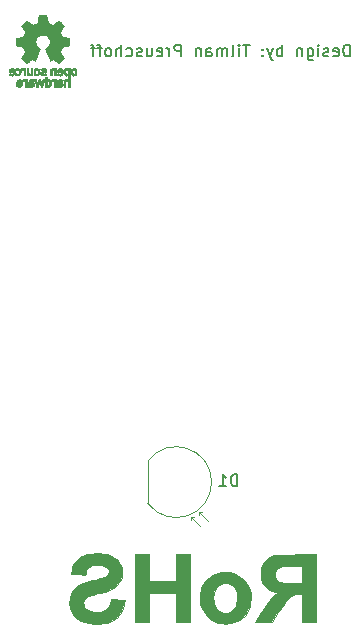
<source format=gbr>
G04 #@! TF.GenerationSoftware,KiCad,Pcbnew,5.1.6*
G04 #@! TF.CreationDate,2020-09-30T00:16:54+02:00*
G04 #@! TF.ProjectId,SFH203_photodetector,53464832-3033-45f7-9068-6f746f646574,1.4*
G04 #@! TF.SameCoordinates,Original*
G04 #@! TF.FileFunction,Legend,Bot*
G04 #@! TF.FilePolarity,Positive*
%FSLAX46Y46*%
G04 Gerber Fmt 4.6, Leading zero omitted, Abs format (unit mm)*
G04 Created by KiCad (PCBNEW 5.1.6) date 2020-09-30 00:16:54*
%MOMM*%
%LPD*%
G01*
G04 APERTURE LIST*
%ADD10C,0.150000*%
%ADD11C,0.100000*%
%ADD12C,0.120000*%
%ADD13C,0.010000*%
G04 APERTURE END LIST*
D10*
X145754761Y-43202380D02*
X145754761Y-42202380D01*
X145516666Y-42202380D01*
X145373809Y-42250000D01*
X145278571Y-42345238D01*
X145230952Y-42440476D01*
X145183333Y-42630952D01*
X145183333Y-42773809D01*
X145230952Y-42964285D01*
X145278571Y-43059523D01*
X145373809Y-43154761D01*
X145516666Y-43202380D01*
X145754761Y-43202380D01*
X144373809Y-43154761D02*
X144469047Y-43202380D01*
X144659523Y-43202380D01*
X144754761Y-43154761D01*
X144802380Y-43059523D01*
X144802380Y-42678571D01*
X144754761Y-42583333D01*
X144659523Y-42535714D01*
X144469047Y-42535714D01*
X144373809Y-42583333D01*
X144326190Y-42678571D01*
X144326190Y-42773809D01*
X144802380Y-42869047D01*
X143945238Y-43154761D02*
X143850000Y-43202380D01*
X143659523Y-43202380D01*
X143564285Y-43154761D01*
X143516666Y-43059523D01*
X143516666Y-43011904D01*
X143564285Y-42916666D01*
X143659523Y-42869047D01*
X143802380Y-42869047D01*
X143897619Y-42821428D01*
X143945238Y-42726190D01*
X143945238Y-42678571D01*
X143897619Y-42583333D01*
X143802380Y-42535714D01*
X143659523Y-42535714D01*
X143564285Y-42583333D01*
X143088095Y-43202380D02*
X143088095Y-42535714D01*
X143088095Y-42202380D02*
X143135714Y-42250000D01*
X143088095Y-42297619D01*
X143040476Y-42250000D01*
X143088095Y-42202380D01*
X143088095Y-42297619D01*
X142183333Y-42535714D02*
X142183333Y-43345238D01*
X142230952Y-43440476D01*
X142278571Y-43488095D01*
X142373809Y-43535714D01*
X142516666Y-43535714D01*
X142611904Y-43488095D01*
X142183333Y-43154761D02*
X142278571Y-43202380D01*
X142469047Y-43202380D01*
X142564285Y-43154761D01*
X142611904Y-43107142D01*
X142659523Y-43011904D01*
X142659523Y-42726190D01*
X142611904Y-42630952D01*
X142564285Y-42583333D01*
X142469047Y-42535714D01*
X142278571Y-42535714D01*
X142183333Y-42583333D01*
X141707142Y-42535714D02*
X141707142Y-43202380D01*
X141707142Y-42630952D02*
X141659523Y-42583333D01*
X141564285Y-42535714D01*
X141421428Y-42535714D01*
X141326190Y-42583333D01*
X141278571Y-42678571D01*
X141278571Y-43202380D01*
X140040476Y-43202380D02*
X140040476Y-42202380D01*
X140040476Y-42583333D02*
X139945238Y-42535714D01*
X139754761Y-42535714D01*
X139659523Y-42583333D01*
X139611904Y-42630952D01*
X139564285Y-42726190D01*
X139564285Y-43011904D01*
X139611904Y-43107142D01*
X139659523Y-43154761D01*
X139754761Y-43202380D01*
X139945238Y-43202380D01*
X140040476Y-43154761D01*
X139230952Y-42535714D02*
X138992857Y-43202380D01*
X138754761Y-42535714D02*
X138992857Y-43202380D01*
X139088095Y-43440476D01*
X139135714Y-43488095D01*
X139230952Y-43535714D01*
X138373809Y-43107142D02*
X138326190Y-43154761D01*
X138373809Y-43202380D01*
X138421428Y-43154761D01*
X138373809Y-43107142D01*
X138373809Y-43202380D01*
X138373809Y-42583333D02*
X138326190Y-42630952D01*
X138373809Y-42678571D01*
X138421428Y-42630952D01*
X138373809Y-42583333D01*
X138373809Y-42678571D01*
X137278571Y-42202380D02*
X136707142Y-42202380D01*
X136992857Y-43202380D02*
X136992857Y-42202380D01*
X136373809Y-43202380D02*
X136373809Y-42535714D01*
X136373809Y-42202380D02*
X136421428Y-42250000D01*
X136373809Y-42297619D01*
X136326190Y-42250000D01*
X136373809Y-42202380D01*
X136373809Y-42297619D01*
X135754761Y-43202380D02*
X135850000Y-43154761D01*
X135897619Y-43059523D01*
X135897619Y-42202380D01*
X135373809Y-43202380D02*
X135373809Y-42535714D01*
X135373809Y-42630952D02*
X135326190Y-42583333D01*
X135230952Y-42535714D01*
X135088095Y-42535714D01*
X134992857Y-42583333D01*
X134945238Y-42678571D01*
X134945238Y-43202380D01*
X134945238Y-42678571D02*
X134897619Y-42583333D01*
X134802380Y-42535714D01*
X134659523Y-42535714D01*
X134564285Y-42583333D01*
X134516666Y-42678571D01*
X134516666Y-43202380D01*
X133611904Y-43202380D02*
X133611904Y-42678571D01*
X133659523Y-42583333D01*
X133754761Y-42535714D01*
X133945238Y-42535714D01*
X134040476Y-42583333D01*
X133611904Y-43154761D02*
X133707142Y-43202380D01*
X133945238Y-43202380D01*
X134040476Y-43154761D01*
X134088095Y-43059523D01*
X134088095Y-42964285D01*
X134040476Y-42869047D01*
X133945238Y-42821428D01*
X133707142Y-42821428D01*
X133611904Y-42773809D01*
X133135714Y-42535714D02*
X133135714Y-43202380D01*
X133135714Y-42630952D02*
X133088095Y-42583333D01*
X132992857Y-42535714D01*
X132850000Y-42535714D01*
X132754761Y-42583333D01*
X132707142Y-42678571D01*
X132707142Y-43202380D01*
X131469047Y-43202380D02*
X131469047Y-42202380D01*
X131088095Y-42202380D01*
X130992857Y-42250000D01*
X130945238Y-42297619D01*
X130897619Y-42392857D01*
X130897619Y-42535714D01*
X130945238Y-42630952D01*
X130992857Y-42678571D01*
X131088095Y-42726190D01*
X131469047Y-42726190D01*
X130469047Y-43202380D02*
X130469047Y-42535714D01*
X130469047Y-42726190D02*
X130421428Y-42630952D01*
X130373809Y-42583333D01*
X130278571Y-42535714D01*
X130183333Y-42535714D01*
X129469047Y-43154761D02*
X129564285Y-43202380D01*
X129754761Y-43202380D01*
X129850000Y-43154761D01*
X129897619Y-43059523D01*
X129897619Y-42678571D01*
X129850000Y-42583333D01*
X129754761Y-42535714D01*
X129564285Y-42535714D01*
X129469047Y-42583333D01*
X129421428Y-42678571D01*
X129421428Y-42773809D01*
X129897619Y-42869047D01*
X128564285Y-42535714D02*
X128564285Y-43202380D01*
X128992857Y-42535714D02*
X128992857Y-43059523D01*
X128945238Y-43154761D01*
X128850000Y-43202380D01*
X128707142Y-43202380D01*
X128611904Y-43154761D01*
X128564285Y-43107142D01*
X128135714Y-43154761D02*
X128040476Y-43202380D01*
X127850000Y-43202380D01*
X127754761Y-43154761D01*
X127707142Y-43059523D01*
X127707142Y-43011904D01*
X127754761Y-42916666D01*
X127850000Y-42869047D01*
X127992857Y-42869047D01*
X128088095Y-42821428D01*
X128135714Y-42726190D01*
X128135714Y-42678571D01*
X128088095Y-42583333D01*
X127992857Y-42535714D01*
X127850000Y-42535714D01*
X127754761Y-42583333D01*
X126850000Y-43154761D02*
X126945238Y-43202380D01*
X127135714Y-43202380D01*
X127230952Y-43154761D01*
X127278571Y-43107142D01*
X127326190Y-43011904D01*
X127326190Y-42726190D01*
X127278571Y-42630952D01*
X127230952Y-42583333D01*
X127135714Y-42535714D01*
X126945238Y-42535714D01*
X126850000Y-42583333D01*
X126421428Y-43202380D02*
X126421428Y-42202380D01*
X125992857Y-43202380D02*
X125992857Y-42678571D01*
X126040476Y-42583333D01*
X126135714Y-42535714D01*
X126278571Y-42535714D01*
X126373809Y-42583333D01*
X126421428Y-42630952D01*
X125373809Y-43202380D02*
X125469047Y-43154761D01*
X125516666Y-43107142D01*
X125564285Y-43011904D01*
X125564285Y-42726190D01*
X125516666Y-42630952D01*
X125469047Y-42583333D01*
X125373809Y-42535714D01*
X125230952Y-42535714D01*
X125135714Y-42583333D01*
X125088095Y-42630952D01*
X125040476Y-42726190D01*
X125040476Y-43011904D01*
X125088095Y-43107142D01*
X125135714Y-43154761D01*
X125230952Y-43202380D01*
X125373809Y-43202380D01*
X124754761Y-42535714D02*
X124373809Y-42535714D01*
X124611904Y-43202380D02*
X124611904Y-42345238D01*
X124564285Y-42250000D01*
X124469047Y-42202380D01*
X124373809Y-42202380D01*
X124183333Y-42535714D02*
X123802380Y-42535714D01*
X124040476Y-43202380D02*
X124040476Y-42345238D01*
X123992857Y-42250000D01*
X123897619Y-42202380D01*
X123802380Y-42202380D01*
D11*
X128640000Y-81050000D02*
X128640000Y-77450000D01*
D12*
X132960000Y-81790000D02*
X133220000Y-81790000D01*
X132960000Y-81790000D02*
X132960000Y-82040000D01*
X132330000Y-82170000D02*
X132580000Y-82170000D01*
X132330000Y-82170000D02*
X132330000Y-82420000D01*
X133090000Y-82930000D02*
X132330000Y-82170000D01*
X133730000Y-82550000D02*
X132960000Y-81790000D01*
X128652488Y-77460060D02*
G75*
G02*
X128660000Y-81050000I2407512J-1789940D01*
G01*
D13*
G36*
X131021250Y-87637679D02*
G01*
X128776072Y-87637679D01*
X128776072Y-85369821D01*
X127596786Y-85369821D01*
X127596786Y-91130179D01*
X128776072Y-91130179D01*
X128776072Y-88612430D01*
X129892992Y-88618313D01*
X131009911Y-88624196D01*
X131015773Y-89877187D01*
X131021635Y-91130179D01*
X132200536Y-91130179D01*
X132200536Y-85369821D01*
X131021250Y-85369821D01*
X131021250Y-87637679D01*
G37*
X131021250Y-87637679D02*
X128776072Y-87637679D01*
X128776072Y-85369821D01*
X127596786Y-85369821D01*
X127596786Y-91130179D01*
X128776072Y-91130179D01*
X128776072Y-88612430D01*
X129892992Y-88618313D01*
X131009911Y-88624196D01*
X131015773Y-89877187D01*
X131021635Y-91130179D01*
X132200536Y-91130179D01*
X132200536Y-85369821D01*
X131021250Y-85369821D01*
X131021250Y-87637679D01*
G36*
X141311652Y-85377046D02*
G01*
X140955405Y-85379765D01*
X140637134Y-85382980D01*
X140357855Y-85386670D01*
X140118584Y-85390814D01*
X139920337Y-85395391D01*
X139764129Y-85400380D01*
X139650976Y-85405760D01*
X139581893Y-85411511D01*
X139571072Y-85413099D01*
X139360570Y-85454224D01*
X139186407Y-85499936D01*
X139039567Y-85554363D01*
X138911035Y-85621632D01*
X138791796Y-85705868D01*
X138672832Y-85811200D01*
X138647601Y-85835833D01*
X138552109Y-85934505D01*
X138481593Y-86019383D01*
X138425450Y-86104807D01*
X138373081Y-86205117D01*
X138370266Y-86211002D01*
X138301130Y-86366744D01*
X138252871Y-86505619D01*
X138222223Y-86642648D01*
X138205921Y-86792856D01*
X138200700Y-86971265D01*
X138200662Y-86991339D01*
X138212560Y-87245293D01*
X138250139Y-87467428D01*
X138316225Y-87665104D01*
X138413644Y-87845679D01*
X138545221Y-88016513D01*
X138627789Y-88103652D01*
X138738577Y-88206558D01*
X138849505Y-88292462D01*
X138968579Y-88365341D01*
X139103806Y-88429170D01*
X139263190Y-88487928D01*
X139454739Y-88545590D01*
X139590572Y-88581866D01*
X139666769Y-88601518D01*
X139499858Y-88714581D01*
X139330055Y-88845003D01*
X139155000Y-89007436D01*
X138985086Y-89191314D01*
X138830705Y-89386076D01*
X138807854Y-89417946D01*
X138768862Y-89475149D01*
X138712238Y-89560945D01*
X138640977Y-89670589D01*
X138558073Y-89799336D01*
X138466522Y-89942441D01*
X138369316Y-90095156D01*
X138269452Y-90252738D01*
X138169923Y-90410440D01*
X138073725Y-90563517D01*
X137983851Y-90707224D01*
X137903297Y-90836814D01*
X137835057Y-90947542D01*
X137782125Y-91034663D01*
X137747497Y-91093431D01*
X137734166Y-91119101D01*
X137734108Y-91119531D01*
X137755875Y-91122164D01*
X137817530Y-91124560D01*
X137913605Y-91126635D01*
X138038631Y-91128308D01*
X138187140Y-91129494D01*
X138353662Y-91130110D01*
X138433188Y-91130179D01*
X139132268Y-91130179D01*
X139711583Y-90262723D01*
X139836485Y-90076423D01*
X139959316Y-89894574D01*
X140076628Y-89722186D01*
X140184972Y-89564272D01*
X140280901Y-89425840D01*
X140360965Y-89311902D01*
X140421718Y-89227469D01*
X140449559Y-89190342D01*
X140569728Y-89047055D01*
X140686606Y-88936516D01*
X140808570Y-88854885D01*
X140943996Y-88798317D01*
X141101261Y-88762969D01*
X141288742Y-88745000D01*
X141429396Y-88740833D01*
X141714197Y-88737589D01*
X141725937Y-91130179D01*
X142904822Y-91130179D01*
X142904822Y-86367679D01*
X141725536Y-86367679D01*
X141725536Y-87796429D01*
X141016831Y-87796242D01*
X140830818Y-87795453D01*
X140649682Y-87793309D01*
X140481074Y-87790006D01*
X140332647Y-87785736D01*
X140212052Y-87780691D01*
X140126939Y-87775066D01*
X140109973Y-87773352D01*
X139931380Y-87745016D01*
X139789586Y-87703701D01*
X139677140Y-87646377D01*
X139586588Y-87570017D01*
X139573031Y-87555147D01*
X139480162Y-87417636D01*
X139424813Y-87257632D01*
X139406080Y-87072452D01*
X139406109Y-87059375D01*
X139425450Y-86874068D01*
X139480341Y-86716920D01*
X139570889Y-86587785D01*
X139697199Y-86486518D01*
X139859381Y-86412974D01*
X139889209Y-86403608D01*
X139927810Y-86394059D01*
X139976016Y-86386305D01*
X140038547Y-86380172D01*
X140120123Y-86375487D01*
X140225465Y-86372077D01*
X140359292Y-86369768D01*
X140526324Y-86368388D01*
X140731282Y-86367763D01*
X140867867Y-86367679D01*
X141725536Y-86367679D01*
X142904822Y-86367679D01*
X142904822Y-85366576D01*
X141311652Y-85377046D01*
G37*
X141311652Y-85377046D02*
X140955405Y-85379765D01*
X140637134Y-85382980D01*
X140357855Y-85386670D01*
X140118584Y-85390814D01*
X139920337Y-85395391D01*
X139764129Y-85400380D01*
X139650976Y-85405760D01*
X139581893Y-85411511D01*
X139571072Y-85413099D01*
X139360570Y-85454224D01*
X139186407Y-85499936D01*
X139039567Y-85554363D01*
X138911035Y-85621632D01*
X138791796Y-85705868D01*
X138672832Y-85811200D01*
X138647601Y-85835833D01*
X138552109Y-85934505D01*
X138481593Y-86019383D01*
X138425450Y-86104807D01*
X138373081Y-86205117D01*
X138370266Y-86211002D01*
X138301130Y-86366744D01*
X138252871Y-86505619D01*
X138222223Y-86642648D01*
X138205921Y-86792856D01*
X138200700Y-86971265D01*
X138200662Y-86991339D01*
X138212560Y-87245293D01*
X138250139Y-87467428D01*
X138316225Y-87665104D01*
X138413644Y-87845679D01*
X138545221Y-88016513D01*
X138627789Y-88103652D01*
X138738577Y-88206558D01*
X138849505Y-88292462D01*
X138968579Y-88365341D01*
X139103806Y-88429170D01*
X139263190Y-88487928D01*
X139454739Y-88545590D01*
X139590572Y-88581866D01*
X139666769Y-88601518D01*
X139499858Y-88714581D01*
X139330055Y-88845003D01*
X139155000Y-89007436D01*
X138985086Y-89191314D01*
X138830705Y-89386076D01*
X138807854Y-89417946D01*
X138768862Y-89475149D01*
X138712238Y-89560945D01*
X138640977Y-89670589D01*
X138558073Y-89799336D01*
X138466522Y-89942441D01*
X138369316Y-90095156D01*
X138269452Y-90252738D01*
X138169923Y-90410440D01*
X138073725Y-90563517D01*
X137983851Y-90707224D01*
X137903297Y-90836814D01*
X137835057Y-90947542D01*
X137782125Y-91034663D01*
X137747497Y-91093431D01*
X137734166Y-91119101D01*
X137734108Y-91119531D01*
X137755875Y-91122164D01*
X137817530Y-91124560D01*
X137913605Y-91126635D01*
X138038631Y-91128308D01*
X138187140Y-91129494D01*
X138353662Y-91130110D01*
X138433188Y-91130179D01*
X139132268Y-91130179D01*
X139711583Y-90262723D01*
X139836485Y-90076423D01*
X139959316Y-89894574D01*
X140076628Y-89722186D01*
X140184972Y-89564272D01*
X140280901Y-89425840D01*
X140360965Y-89311902D01*
X140421718Y-89227469D01*
X140449559Y-89190342D01*
X140569728Y-89047055D01*
X140686606Y-88936516D01*
X140808570Y-88854885D01*
X140943996Y-88798317D01*
X141101261Y-88762969D01*
X141288742Y-88745000D01*
X141429396Y-88740833D01*
X141714197Y-88737589D01*
X141725937Y-91130179D01*
X142904822Y-91130179D01*
X142904822Y-86367679D01*
X141725536Y-86367679D01*
X141725536Y-87796429D01*
X141016831Y-87796242D01*
X140830818Y-87795453D01*
X140649682Y-87793309D01*
X140481074Y-87790006D01*
X140332647Y-87785736D01*
X140212052Y-87780691D01*
X140126939Y-87775066D01*
X140109973Y-87773352D01*
X139931380Y-87745016D01*
X139789586Y-87703701D01*
X139677140Y-87646377D01*
X139586588Y-87570017D01*
X139573031Y-87555147D01*
X139480162Y-87417636D01*
X139424813Y-87257632D01*
X139406080Y-87072452D01*
X139406109Y-87059375D01*
X139425450Y-86874068D01*
X139480341Y-86716920D01*
X139570889Y-86587785D01*
X139697199Y-86486518D01*
X139859381Y-86412974D01*
X139889209Y-86403608D01*
X139927810Y-86394059D01*
X139976016Y-86386305D01*
X140038547Y-86380172D01*
X140120123Y-86375487D01*
X140225465Y-86372077D01*
X140359292Y-86369768D01*
X140526324Y-86368388D01*
X140731282Y-86367763D01*
X140867867Y-86367679D01*
X141725536Y-86367679D01*
X142904822Y-86367679D01*
X142904822Y-85366576D01*
X141311652Y-85377046D01*
G36*
X123963368Y-85294987D02*
G01*
X123734044Y-85322497D01*
X123524005Y-85366937D01*
X123325167Y-85429711D01*
X123129443Y-85512226D01*
X123086294Y-85533023D01*
X122852692Y-85671313D01*
X122652626Y-85839953D01*
X122485669Y-86039436D01*
X122351395Y-86270254D01*
X122264673Y-86485363D01*
X122228002Y-86613355D01*
X122199305Y-86748596D01*
X122184333Y-86860670D01*
X122170759Y-87036696D01*
X122236050Y-87037926D01*
X122277078Y-87039067D01*
X122356009Y-87041586D01*
X122465421Y-87045232D01*
X122597888Y-87049758D01*
X122745986Y-87054914D01*
X122822947Y-87057628D01*
X123344554Y-87076101D01*
X123385818Y-86915734D01*
X123455413Y-86722995D01*
X123556259Y-86561979D01*
X123687130Y-86434046D01*
X123846796Y-86340559D01*
X123934197Y-86308041D01*
X124039178Y-86284995D01*
X124175136Y-86269055D01*
X124328193Y-86260596D01*
X124484471Y-86259994D01*
X124630091Y-86267626D01*
X124751176Y-86283866D01*
X124759975Y-86285673D01*
X124936166Y-86336343D01*
X125089669Y-86406861D01*
X125213745Y-86493180D01*
X125301654Y-86591252D01*
X125319614Y-86621686D01*
X125342546Y-86698025D01*
X125350469Y-86797458D01*
X125343310Y-86900256D01*
X125320996Y-86986685D01*
X125320968Y-86986752D01*
X125285033Y-87046107D01*
X125229638Y-87111327D01*
X125202593Y-87137116D01*
X125143127Y-87184232D01*
X125073786Y-87228289D01*
X124990107Y-87270901D01*
X124887623Y-87313682D01*
X124761870Y-87358248D01*
X124608382Y-87406213D01*
X124422695Y-87459192D01*
X124200343Y-87518799D01*
X124013572Y-87567103D01*
X123699726Y-87651297D01*
X123426822Y-87733583D01*
X123190622Y-87816098D01*
X122986893Y-87900977D01*
X122811399Y-87990357D01*
X122659904Y-88086375D01*
X122528172Y-88191167D01*
X122411969Y-88306868D01*
X122316353Y-88423166D01*
X122207493Y-88595468D01*
X122117480Y-88792798D01*
X122054603Y-88996074D01*
X122042595Y-89053585D01*
X122024948Y-89195109D01*
X122017452Y-89360686D01*
X122019737Y-89534673D01*
X122031431Y-89701429D01*
X122052161Y-89845314D01*
X122062500Y-89891401D01*
X122126921Y-90082721D01*
X122220890Y-90280214D01*
X122335367Y-90466207D01*
X122401697Y-90554613D01*
X122576931Y-90735408D01*
X122787869Y-90890166D01*
X123032406Y-91017908D01*
X123308439Y-91117654D01*
X123613864Y-91188424D01*
X123827363Y-91218445D01*
X124003568Y-91232327D01*
X124199978Y-91239306D01*
X124402388Y-91239504D01*
X124596591Y-91233046D01*
X124768384Y-91220055D01*
X124852679Y-91209498D01*
X125162659Y-91148740D01*
X125437119Y-91064451D01*
X125680539Y-90954486D01*
X125897396Y-90816698D01*
X126092171Y-90648942D01*
X126151960Y-90587078D01*
X126298421Y-90401526D01*
X126428431Y-90182745D01*
X126537371Y-89941292D01*
X126620625Y-89687725D01*
X126673577Y-89432601D01*
X126680594Y-89378259D01*
X126687909Y-89305101D01*
X126686244Y-89266161D01*
X126672374Y-89250666D01*
X126643072Y-89247842D01*
X126641546Y-89247840D01*
X126603163Y-89245702D01*
X126527371Y-89239746D01*
X126421897Y-89230644D01*
X126294467Y-89219066D01*
X126152807Y-89205683D01*
X126122679Y-89202775D01*
X125948704Y-89185879D01*
X125814576Y-89173213D01*
X125714970Y-89164932D01*
X125644558Y-89161190D01*
X125598015Y-89162139D01*
X125570014Y-89167934D01*
X125555229Y-89178728D01*
X125548334Y-89194676D01*
X125544003Y-89215932D01*
X125543262Y-89219509D01*
X125512098Y-89334752D01*
X125466167Y-89467631D01*
X125412504Y-89600014D01*
X125358146Y-89713769D01*
X125336757Y-89751702D01*
X125213119Y-89913918D01*
X125057584Y-90044475D01*
X124871213Y-90142873D01*
X124655069Y-90208616D01*
X124410211Y-90241205D01*
X124285715Y-90244927D01*
X124032819Y-90230309D01*
X123812672Y-90185989D01*
X123623151Y-90111266D01*
X123462132Y-90005440D01*
X123405691Y-89954697D01*
X123293104Y-89819232D01*
X123219341Y-89674532D01*
X123184985Y-89526086D01*
X123190618Y-89379380D01*
X123236822Y-89239904D01*
X123317211Y-89120925D01*
X123367783Y-89069365D01*
X123426781Y-89022122D01*
X123498371Y-88977619D01*
X123586716Y-88934280D01*
X123695981Y-88890527D01*
X123830331Y-88844785D01*
X123993931Y-88795477D01*
X124190944Y-88741026D01*
X124425535Y-88679856D01*
X124596333Y-88636699D01*
X124948527Y-88539589D01*
X125257895Y-88435409D01*
X125523885Y-88324386D01*
X125745941Y-88206745D01*
X125891813Y-88107843D01*
X126080422Y-87935709D01*
X126234216Y-87738385D01*
X126352167Y-87520946D01*
X126433243Y-87288465D01*
X126476416Y-87046017D01*
X126480654Y-86798677D01*
X126444927Y-86551518D01*
X126368206Y-86309616D01*
X126289930Y-86146799D01*
X126165116Y-85963077D01*
X126004471Y-85791503D01*
X125817341Y-85640164D01*
X125613070Y-85517145D01*
X125505279Y-85467905D01*
X125338646Y-85405619D01*
X125178098Y-85358682D01*
X125012149Y-85324980D01*
X124829311Y-85302400D01*
X124618097Y-85288826D01*
X124512209Y-85285134D01*
X124220061Y-85283001D01*
X123963368Y-85294987D01*
G37*
X123963368Y-85294987D02*
X123734044Y-85322497D01*
X123524005Y-85366937D01*
X123325167Y-85429711D01*
X123129443Y-85512226D01*
X123086294Y-85533023D01*
X122852692Y-85671313D01*
X122652626Y-85839953D01*
X122485669Y-86039436D01*
X122351395Y-86270254D01*
X122264673Y-86485363D01*
X122228002Y-86613355D01*
X122199305Y-86748596D01*
X122184333Y-86860670D01*
X122170759Y-87036696D01*
X122236050Y-87037926D01*
X122277078Y-87039067D01*
X122356009Y-87041586D01*
X122465421Y-87045232D01*
X122597888Y-87049758D01*
X122745986Y-87054914D01*
X122822947Y-87057628D01*
X123344554Y-87076101D01*
X123385818Y-86915734D01*
X123455413Y-86722995D01*
X123556259Y-86561979D01*
X123687130Y-86434046D01*
X123846796Y-86340559D01*
X123934197Y-86308041D01*
X124039178Y-86284995D01*
X124175136Y-86269055D01*
X124328193Y-86260596D01*
X124484471Y-86259994D01*
X124630091Y-86267626D01*
X124751176Y-86283866D01*
X124759975Y-86285673D01*
X124936166Y-86336343D01*
X125089669Y-86406861D01*
X125213745Y-86493180D01*
X125301654Y-86591252D01*
X125319614Y-86621686D01*
X125342546Y-86698025D01*
X125350469Y-86797458D01*
X125343310Y-86900256D01*
X125320996Y-86986685D01*
X125320968Y-86986752D01*
X125285033Y-87046107D01*
X125229638Y-87111327D01*
X125202593Y-87137116D01*
X125143127Y-87184232D01*
X125073786Y-87228289D01*
X124990107Y-87270901D01*
X124887623Y-87313682D01*
X124761870Y-87358248D01*
X124608382Y-87406213D01*
X124422695Y-87459192D01*
X124200343Y-87518799D01*
X124013572Y-87567103D01*
X123699726Y-87651297D01*
X123426822Y-87733583D01*
X123190622Y-87816098D01*
X122986893Y-87900977D01*
X122811399Y-87990357D01*
X122659904Y-88086375D01*
X122528172Y-88191167D01*
X122411969Y-88306868D01*
X122316353Y-88423166D01*
X122207493Y-88595468D01*
X122117480Y-88792798D01*
X122054603Y-88996074D01*
X122042595Y-89053585D01*
X122024948Y-89195109D01*
X122017452Y-89360686D01*
X122019737Y-89534673D01*
X122031431Y-89701429D01*
X122052161Y-89845314D01*
X122062500Y-89891401D01*
X122126921Y-90082721D01*
X122220890Y-90280214D01*
X122335367Y-90466207D01*
X122401697Y-90554613D01*
X122576931Y-90735408D01*
X122787869Y-90890166D01*
X123032406Y-91017908D01*
X123308439Y-91117654D01*
X123613864Y-91188424D01*
X123827363Y-91218445D01*
X124003568Y-91232327D01*
X124199978Y-91239306D01*
X124402388Y-91239504D01*
X124596591Y-91233046D01*
X124768384Y-91220055D01*
X124852679Y-91209498D01*
X125162659Y-91148740D01*
X125437119Y-91064451D01*
X125680539Y-90954486D01*
X125897396Y-90816698D01*
X126092171Y-90648942D01*
X126151960Y-90587078D01*
X126298421Y-90401526D01*
X126428431Y-90182745D01*
X126537371Y-89941292D01*
X126620625Y-89687725D01*
X126673577Y-89432601D01*
X126680594Y-89378259D01*
X126687909Y-89305101D01*
X126686244Y-89266161D01*
X126672374Y-89250666D01*
X126643072Y-89247842D01*
X126641546Y-89247840D01*
X126603163Y-89245702D01*
X126527371Y-89239746D01*
X126421897Y-89230644D01*
X126294467Y-89219066D01*
X126152807Y-89205683D01*
X126122679Y-89202775D01*
X125948704Y-89185879D01*
X125814576Y-89173213D01*
X125714970Y-89164932D01*
X125644558Y-89161190D01*
X125598015Y-89162139D01*
X125570014Y-89167934D01*
X125555229Y-89178728D01*
X125548334Y-89194676D01*
X125544003Y-89215932D01*
X125543262Y-89219509D01*
X125512098Y-89334752D01*
X125466167Y-89467631D01*
X125412504Y-89600014D01*
X125358146Y-89713769D01*
X125336757Y-89751702D01*
X125213119Y-89913918D01*
X125057584Y-90044475D01*
X124871213Y-90142873D01*
X124655069Y-90208616D01*
X124410211Y-90241205D01*
X124285715Y-90244927D01*
X124032819Y-90230309D01*
X123812672Y-90185989D01*
X123623151Y-90111266D01*
X123462132Y-90005440D01*
X123405691Y-89954697D01*
X123293104Y-89819232D01*
X123219341Y-89674532D01*
X123184985Y-89526086D01*
X123190618Y-89379380D01*
X123236822Y-89239904D01*
X123317211Y-89120925D01*
X123367783Y-89069365D01*
X123426781Y-89022122D01*
X123498371Y-88977619D01*
X123586716Y-88934280D01*
X123695981Y-88890527D01*
X123830331Y-88844785D01*
X123993931Y-88795477D01*
X124190944Y-88741026D01*
X124425535Y-88679856D01*
X124596333Y-88636699D01*
X124948527Y-88539589D01*
X125257895Y-88435409D01*
X125523885Y-88324386D01*
X125745941Y-88206745D01*
X125891813Y-88107843D01*
X126080422Y-87935709D01*
X126234216Y-87738385D01*
X126352167Y-87520946D01*
X126433243Y-87288465D01*
X126476416Y-87046017D01*
X126480654Y-86798677D01*
X126444927Y-86551518D01*
X126368206Y-86309616D01*
X126289930Y-86146799D01*
X126165116Y-85963077D01*
X126004471Y-85791503D01*
X125817341Y-85640164D01*
X125613070Y-85517145D01*
X125505279Y-85467905D01*
X125338646Y-85405619D01*
X125178098Y-85358682D01*
X125012149Y-85324980D01*
X124829311Y-85302400D01*
X124618097Y-85288826D01*
X124512209Y-85285134D01*
X124220061Y-85283001D01*
X123963368Y-85294987D01*
G36*
X135216786Y-86880139D02*
G01*
X135065368Y-86881181D01*
X134948683Y-86884145D01*
X134856119Y-86890060D01*
X134777062Y-86899951D01*
X134700896Y-86914847D01*
X134617008Y-86935772D01*
X134603023Y-86939516D01*
X134312869Y-87040250D01*
X134045309Y-87178979D01*
X133803326Y-87353213D01*
X133589905Y-87560467D01*
X133408029Y-87798253D01*
X133265064Y-88054678D01*
X133181969Y-88258601D01*
X133123332Y-88467963D01*
X133086252Y-88695596D01*
X133069143Y-88921394D01*
X133072054Y-89255223D01*
X133111734Y-89563691D01*
X133189026Y-89849125D01*
X133304774Y-90113849D01*
X133459819Y-90360189D01*
X133655004Y-90590472D01*
X133684956Y-90620937D01*
X133906295Y-90816500D01*
X134140889Y-90971647D01*
X134396531Y-91090986D01*
X134585724Y-91153854D01*
X134703995Y-91179662D01*
X134853738Y-91200474D01*
X135021249Y-91215339D01*
X135192822Y-91223310D01*
X135354753Y-91223438D01*
X135482462Y-91215912D01*
X135719147Y-91176899D01*
X135963177Y-91108784D01*
X136202483Y-91016426D01*
X136424996Y-90904685D01*
X136618647Y-90778419D01*
X136670137Y-90737747D01*
X136863802Y-90547838D01*
X137028561Y-90325038D01*
X137162694Y-90072762D01*
X137264481Y-89794424D01*
X137332203Y-89493440D01*
X137346110Y-89395268D01*
X137368669Y-89051926D01*
X137368221Y-89043750D01*
X136219799Y-89043750D01*
X136206071Y-89313973D01*
X136162314Y-89551240D01*
X136087779Y-89757234D01*
X135981718Y-89933638D01*
X135843384Y-90082135D01*
X135715689Y-90177695D01*
X135609493Y-90239022D01*
X135509603Y-90278883D01*
X135401801Y-90300725D01*
X135271871Y-90307998D01*
X135182768Y-90306954D01*
X135066089Y-90301720D01*
X134979679Y-90291662D01*
X134908495Y-90273986D01*
X134837495Y-90245903D01*
X134826305Y-90240793D01*
X134692011Y-90160974D01*
X134560281Y-90051219D01*
X134446385Y-89925136D01*
X134403045Y-89863617D01*
X134326705Y-89711827D01*
X134267553Y-89528326D01*
X134227588Y-89324143D01*
X134208812Y-89110304D01*
X134213223Y-88897838D01*
X134218312Y-88845092D01*
X134255330Y-88615291D01*
X134311592Y-88421242D01*
X134389812Y-88256456D01*
X134492709Y-88114446D01*
X134549103Y-88054955D01*
X134709903Y-87927246D01*
X134886653Y-87838650D01*
X135073394Y-87789164D01*
X135264166Y-87778788D01*
X135453009Y-87807520D01*
X135633965Y-87875358D01*
X135801073Y-87982300D01*
X135882435Y-88055282D01*
X136006616Y-88202991D01*
X136100672Y-88368858D01*
X136166363Y-88558039D01*
X136205450Y-88775694D01*
X136219694Y-89026980D01*
X136219799Y-89043750D01*
X137368221Y-89043750D01*
X137350706Y-88724671D01*
X137292751Y-88415131D01*
X137195329Y-88124933D01*
X137058969Y-87855704D01*
X136884197Y-87609073D01*
X136705358Y-87417967D01*
X136488311Y-87242640D01*
X136240274Y-87095890D01*
X135968293Y-86981595D01*
X135838479Y-86941370D01*
X135751869Y-86918368D01*
X135677258Y-86901863D01*
X135604117Y-86890815D01*
X135521918Y-86884189D01*
X135420132Y-86880947D01*
X135288229Y-86880053D01*
X135216786Y-86880139D01*
G37*
X135216786Y-86880139D02*
X135065368Y-86881181D01*
X134948683Y-86884145D01*
X134856119Y-86890060D01*
X134777062Y-86899951D01*
X134700896Y-86914847D01*
X134617008Y-86935772D01*
X134603023Y-86939516D01*
X134312869Y-87040250D01*
X134045309Y-87178979D01*
X133803326Y-87353213D01*
X133589905Y-87560467D01*
X133408029Y-87798253D01*
X133265064Y-88054678D01*
X133181969Y-88258601D01*
X133123332Y-88467963D01*
X133086252Y-88695596D01*
X133069143Y-88921394D01*
X133072054Y-89255223D01*
X133111734Y-89563691D01*
X133189026Y-89849125D01*
X133304774Y-90113849D01*
X133459819Y-90360189D01*
X133655004Y-90590472D01*
X133684956Y-90620937D01*
X133906295Y-90816500D01*
X134140889Y-90971647D01*
X134396531Y-91090986D01*
X134585724Y-91153854D01*
X134703995Y-91179662D01*
X134853738Y-91200474D01*
X135021249Y-91215339D01*
X135192822Y-91223310D01*
X135354753Y-91223438D01*
X135482462Y-91215912D01*
X135719147Y-91176899D01*
X135963177Y-91108784D01*
X136202483Y-91016426D01*
X136424996Y-90904685D01*
X136618647Y-90778419D01*
X136670137Y-90737747D01*
X136863802Y-90547838D01*
X137028561Y-90325038D01*
X137162694Y-90072762D01*
X137264481Y-89794424D01*
X137332203Y-89493440D01*
X137346110Y-89395268D01*
X137368669Y-89051926D01*
X137368221Y-89043750D01*
X136219799Y-89043750D01*
X136206071Y-89313973D01*
X136162314Y-89551240D01*
X136087779Y-89757234D01*
X135981718Y-89933638D01*
X135843384Y-90082135D01*
X135715689Y-90177695D01*
X135609493Y-90239022D01*
X135509603Y-90278883D01*
X135401801Y-90300725D01*
X135271871Y-90307998D01*
X135182768Y-90306954D01*
X135066089Y-90301720D01*
X134979679Y-90291662D01*
X134908495Y-90273986D01*
X134837495Y-90245903D01*
X134826305Y-90240793D01*
X134692011Y-90160974D01*
X134560281Y-90051219D01*
X134446385Y-89925136D01*
X134403045Y-89863617D01*
X134326705Y-89711827D01*
X134267553Y-89528326D01*
X134227588Y-89324143D01*
X134208812Y-89110304D01*
X134213223Y-88897838D01*
X134218312Y-88845092D01*
X134255330Y-88615291D01*
X134311592Y-88421242D01*
X134389812Y-88256456D01*
X134492709Y-88114446D01*
X134549103Y-88054955D01*
X134709903Y-87927246D01*
X134886653Y-87838650D01*
X135073394Y-87789164D01*
X135264166Y-87778788D01*
X135453009Y-87807520D01*
X135633965Y-87875358D01*
X135801073Y-87982300D01*
X135882435Y-88055282D01*
X136006616Y-88202991D01*
X136100672Y-88368858D01*
X136166363Y-88558039D01*
X136205450Y-88775694D01*
X136219694Y-89026980D01*
X136219799Y-89043750D01*
X137368221Y-89043750D01*
X137350706Y-88724671D01*
X137292751Y-88415131D01*
X137195329Y-88124933D01*
X137058969Y-87855704D01*
X136884197Y-87609073D01*
X136705358Y-87417967D01*
X136488311Y-87242640D01*
X136240274Y-87095890D01*
X135968293Y-86981595D01*
X135838479Y-86941370D01*
X135751869Y-86918368D01*
X135677258Y-86901863D01*
X135604117Y-86890815D01*
X135521918Y-86884189D01*
X135420132Y-86880947D01*
X135288229Y-86880053D01*
X135216786Y-86880139D01*
G36*
X119373036Y-40040018D02*
G01*
X119316188Y-40341570D01*
X118896662Y-40514512D01*
X118645016Y-40343395D01*
X118574542Y-40295750D01*
X118510837Y-40253210D01*
X118456874Y-40217715D01*
X118415627Y-40191210D01*
X118390066Y-40175636D01*
X118383105Y-40172278D01*
X118370565Y-40180914D01*
X118343769Y-40204792D01*
X118305720Y-40240859D01*
X118259421Y-40286067D01*
X118207877Y-40337364D01*
X118154091Y-40391701D01*
X118101065Y-40446028D01*
X118051805Y-40497295D01*
X118009313Y-40542451D01*
X117976593Y-40578446D01*
X117956649Y-40602230D01*
X117951881Y-40610190D01*
X117958743Y-40624865D01*
X117977980Y-40657014D01*
X118007570Y-40703492D01*
X118045490Y-40761156D01*
X118089718Y-40826860D01*
X118115346Y-40864336D01*
X118162059Y-40932768D01*
X118203568Y-40994520D01*
X118237860Y-41046519D01*
X118262920Y-41085692D01*
X118276736Y-41108965D01*
X118278812Y-41113855D01*
X118274105Y-41127755D01*
X118261277Y-41160150D01*
X118242262Y-41206485D01*
X118218997Y-41262206D01*
X118193416Y-41322758D01*
X118167455Y-41383586D01*
X118143050Y-41440136D01*
X118122137Y-41487852D01*
X118106651Y-41522181D01*
X118098528Y-41538568D01*
X118098048Y-41539212D01*
X118085293Y-41542341D01*
X118051323Y-41549321D01*
X117999660Y-41559467D01*
X117933824Y-41572092D01*
X117857336Y-41586509D01*
X117812710Y-41594823D01*
X117730979Y-41610384D01*
X117657157Y-41625192D01*
X117594979Y-41638436D01*
X117548178Y-41649305D01*
X117520491Y-41656989D01*
X117514926Y-41659427D01*
X117509474Y-41675930D01*
X117505076Y-41713200D01*
X117501728Y-41766880D01*
X117499426Y-41832612D01*
X117498168Y-41906037D01*
X117497952Y-41982796D01*
X117498773Y-42058532D01*
X117500629Y-42128886D01*
X117503518Y-42189500D01*
X117507435Y-42236016D01*
X117512378Y-42264075D01*
X117515343Y-42269916D01*
X117533066Y-42276917D01*
X117570619Y-42286927D01*
X117623036Y-42298769D01*
X117685348Y-42311267D01*
X117707100Y-42315310D01*
X117811976Y-42334520D01*
X117894820Y-42349991D01*
X117958370Y-42362337D01*
X118005363Y-42372173D01*
X118038537Y-42380114D01*
X118060629Y-42386776D01*
X118074376Y-42392773D01*
X118082516Y-42398719D01*
X118083655Y-42399894D01*
X118095023Y-42418826D01*
X118112365Y-42455669D01*
X118133950Y-42505913D01*
X118158046Y-42565046D01*
X118182921Y-42628556D01*
X118206843Y-42691932D01*
X118228081Y-42750662D01*
X118244903Y-42800235D01*
X118255578Y-42836139D01*
X118258373Y-42853862D01*
X118258140Y-42854483D01*
X118248669Y-42868970D01*
X118227182Y-42900844D01*
X118195937Y-42946789D01*
X118157193Y-43003485D01*
X118113207Y-43067617D01*
X118100681Y-43085842D01*
X118056016Y-43151914D01*
X118016712Y-43212200D01*
X117984912Y-43263235D01*
X117962755Y-43301560D01*
X117952383Y-43323711D01*
X117951881Y-43326432D01*
X117960595Y-43340736D01*
X117984675Y-43369072D01*
X118021024Y-43408396D01*
X118066547Y-43455661D01*
X118118148Y-43507823D01*
X118172733Y-43561835D01*
X118227206Y-43614653D01*
X118278471Y-43663231D01*
X118323433Y-43704523D01*
X118358996Y-43735485D01*
X118382065Y-43753070D01*
X118388446Y-43755941D01*
X118403301Y-43749178D01*
X118433714Y-43730939D01*
X118474732Y-43704297D01*
X118506291Y-43682852D01*
X118563475Y-43643503D01*
X118631194Y-43597171D01*
X118699120Y-43550913D01*
X118735639Y-43526155D01*
X118859248Y-43442547D01*
X118963009Y-43498650D01*
X119010280Y-43523228D01*
X119050477Y-43542331D01*
X119077674Y-43553227D01*
X119084598Y-43554743D01*
X119092923Y-43543549D01*
X119109346Y-43511917D01*
X119132643Y-43462765D01*
X119161586Y-43399010D01*
X119194950Y-43323571D01*
X119231509Y-43239364D01*
X119270036Y-43149308D01*
X119309306Y-43056321D01*
X119348092Y-42963320D01*
X119385170Y-42873223D01*
X119419311Y-42788948D01*
X119449292Y-42713413D01*
X119473884Y-42649534D01*
X119491864Y-42600231D01*
X119502003Y-42568421D01*
X119503634Y-42557496D01*
X119490709Y-42543561D01*
X119462411Y-42520940D01*
X119424654Y-42494333D01*
X119421485Y-42492228D01*
X119323900Y-42414114D01*
X119245214Y-42322982D01*
X119186109Y-42221745D01*
X119147268Y-42113318D01*
X119129372Y-42000614D01*
X119133103Y-41886548D01*
X119159143Y-41774034D01*
X119208175Y-41665985D01*
X119222600Y-41642345D01*
X119297631Y-41546887D01*
X119386270Y-41470232D01*
X119485451Y-41412780D01*
X119592105Y-41374929D01*
X119703164Y-41357078D01*
X119815561Y-41359625D01*
X119926227Y-41382970D01*
X120032094Y-41427510D01*
X120130095Y-41493645D01*
X120160410Y-41520487D01*
X120237562Y-41604512D01*
X120293782Y-41692966D01*
X120332347Y-41792115D01*
X120353826Y-41890303D01*
X120359128Y-42000697D01*
X120341448Y-42111640D01*
X120302581Y-42219381D01*
X120244323Y-42320169D01*
X120168469Y-42410256D01*
X120076817Y-42485892D01*
X120064772Y-42493864D01*
X120026611Y-42519974D01*
X119997601Y-42542595D01*
X119983732Y-42557039D01*
X119983531Y-42557496D01*
X119986508Y-42573121D01*
X119998311Y-42608582D01*
X120017714Y-42660962D01*
X120043488Y-42727345D01*
X120074409Y-42804814D01*
X120109249Y-42890450D01*
X120146783Y-42981337D01*
X120185783Y-43074559D01*
X120225023Y-43167197D01*
X120263276Y-43256335D01*
X120299317Y-43339055D01*
X120331917Y-43412441D01*
X120359852Y-43473575D01*
X120381895Y-43519541D01*
X120396818Y-43547421D01*
X120402828Y-43554743D01*
X120421191Y-43549041D01*
X120455552Y-43533749D01*
X120499984Y-43511599D01*
X120524417Y-43498650D01*
X120628178Y-43442547D01*
X120751787Y-43526155D01*
X120814886Y-43568987D01*
X120883970Y-43616122D01*
X120948707Y-43660503D01*
X120981134Y-43682852D01*
X121026741Y-43713477D01*
X121065360Y-43737747D01*
X121091952Y-43752587D01*
X121100590Y-43755724D01*
X121113161Y-43747261D01*
X121140984Y-43723636D01*
X121181361Y-43687302D01*
X121231595Y-43640711D01*
X121288988Y-43586317D01*
X121325286Y-43551392D01*
X121388790Y-43488996D01*
X121443673Y-43433188D01*
X121487714Y-43386354D01*
X121518695Y-43350882D01*
X121534398Y-43329161D01*
X121535905Y-43324752D01*
X121528914Y-43307985D01*
X121509594Y-43274082D01*
X121480091Y-43226476D01*
X121442545Y-43168599D01*
X121399100Y-43103884D01*
X121386745Y-43085842D01*
X121341727Y-43020267D01*
X121301340Y-42961228D01*
X121267840Y-42912042D01*
X121243486Y-42876028D01*
X121230536Y-42856502D01*
X121229285Y-42854483D01*
X121231156Y-42838922D01*
X121241087Y-42804709D01*
X121257347Y-42756355D01*
X121278205Y-42698371D01*
X121301927Y-42635270D01*
X121326784Y-42571563D01*
X121351042Y-42511761D01*
X121372971Y-42460376D01*
X121390838Y-42421919D01*
X121402913Y-42400902D01*
X121403771Y-42399894D01*
X121411154Y-42393888D01*
X121423625Y-42387948D01*
X121443920Y-42381460D01*
X121474778Y-42373809D01*
X121518934Y-42364380D01*
X121579126Y-42352559D01*
X121658093Y-42337729D01*
X121758570Y-42319277D01*
X121780325Y-42315310D01*
X121844802Y-42302853D01*
X121901011Y-42290666D01*
X121943987Y-42279926D01*
X121968760Y-42271809D01*
X121972082Y-42269916D01*
X121977556Y-42253138D01*
X121982006Y-42215645D01*
X121985428Y-42161794D01*
X121987819Y-42095944D01*
X121989177Y-42022453D01*
X121989499Y-41945680D01*
X121988781Y-41869983D01*
X121987021Y-41799720D01*
X121984216Y-41739250D01*
X121980362Y-41692930D01*
X121975457Y-41665119D01*
X121972500Y-41659427D01*
X121956037Y-41653686D01*
X121918551Y-41644345D01*
X121863775Y-41632215D01*
X121795445Y-41618107D01*
X121717294Y-41602830D01*
X121674716Y-41594823D01*
X121593929Y-41579721D01*
X121521887Y-41566040D01*
X121462111Y-41554467D01*
X121418121Y-41545687D01*
X121393439Y-41540387D01*
X121389377Y-41539212D01*
X121382511Y-41525965D01*
X121367998Y-41494057D01*
X121347771Y-41448047D01*
X121323766Y-41392492D01*
X121297918Y-41331953D01*
X121272160Y-41270986D01*
X121248427Y-41214151D01*
X121228654Y-41166006D01*
X121214776Y-41131110D01*
X121208726Y-41114021D01*
X121208614Y-41113274D01*
X121215472Y-41099793D01*
X121234698Y-41068770D01*
X121264272Y-41023289D01*
X121302173Y-40966432D01*
X121346380Y-40901283D01*
X121372079Y-40863862D01*
X121418907Y-40795247D01*
X121460499Y-40732952D01*
X121494825Y-40680129D01*
X121519857Y-40639927D01*
X121533565Y-40615500D01*
X121535544Y-40610024D01*
X121527034Y-40597278D01*
X121503507Y-40570063D01*
X121467968Y-40531428D01*
X121423423Y-40484423D01*
X121372877Y-40432095D01*
X121319336Y-40377495D01*
X121265805Y-40323670D01*
X121215289Y-40273670D01*
X121170794Y-40230543D01*
X121135325Y-40197339D01*
X121111887Y-40177106D01*
X121104046Y-40172278D01*
X121091280Y-40179067D01*
X121060744Y-40198142D01*
X121015410Y-40227561D01*
X120958244Y-40265381D01*
X120892216Y-40309661D01*
X120842410Y-40343395D01*
X120590764Y-40514512D01*
X120381001Y-40428041D01*
X120171237Y-40341570D01*
X120114389Y-40040018D01*
X120057540Y-39738466D01*
X119429885Y-39738466D01*
X119373036Y-40040018D01*
G37*
X119373036Y-40040018D02*
X119316188Y-40341570D01*
X118896662Y-40514512D01*
X118645016Y-40343395D01*
X118574542Y-40295750D01*
X118510837Y-40253210D01*
X118456874Y-40217715D01*
X118415627Y-40191210D01*
X118390066Y-40175636D01*
X118383105Y-40172278D01*
X118370565Y-40180914D01*
X118343769Y-40204792D01*
X118305720Y-40240859D01*
X118259421Y-40286067D01*
X118207877Y-40337364D01*
X118154091Y-40391701D01*
X118101065Y-40446028D01*
X118051805Y-40497295D01*
X118009313Y-40542451D01*
X117976593Y-40578446D01*
X117956649Y-40602230D01*
X117951881Y-40610190D01*
X117958743Y-40624865D01*
X117977980Y-40657014D01*
X118007570Y-40703492D01*
X118045490Y-40761156D01*
X118089718Y-40826860D01*
X118115346Y-40864336D01*
X118162059Y-40932768D01*
X118203568Y-40994520D01*
X118237860Y-41046519D01*
X118262920Y-41085692D01*
X118276736Y-41108965D01*
X118278812Y-41113855D01*
X118274105Y-41127755D01*
X118261277Y-41160150D01*
X118242262Y-41206485D01*
X118218997Y-41262206D01*
X118193416Y-41322758D01*
X118167455Y-41383586D01*
X118143050Y-41440136D01*
X118122137Y-41487852D01*
X118106651Y-41522181D01*
X118098528Y-41538568D01*
X118098048Y-41539212D01*
X118085293Y-41542341D01*
X118051323Y-41549321D01*
X117999660Y-41559467D01*
X117933824Y-41572092D01*
X117857336Y-41586509D01*
X117812710Y-41594823D01*
X117730979Y-41610384D01*
X117657157Y-41625192D01*
X117594979Y-41638436D01*
X117548178Y-41649305D01*
X117520491Y-41656989D01*
X117514926Y-41659427D01*
X117509474Y-41675930D01*
X117505076Y-41713200D01*
X117501728Y-41766880D01*
X117499426Y-41832612D01*
X117498168Y-41906037D01*
X117497952Y-41982796D01*
X117498773Y-42058532D01*
X117500629Y-42128886D01*
X117503518Y-42189500D01*
X117507435Y-42236016D01*
X117512378Y-42264075D01*
X117515343Y-42269916D01*
X117533066Y-42276917D01*
X117570619Y-42286927D01*
X117623036Y-42298769D01*
X117685348Y-42311267D01*
X117707100Y-42315310D01*
X117811976Y-42334520D01*
X117894820Y-42349991D01*
X117958370Y-42362337D01*
X118005363Y-42372173D01*
X118038537Y-42380114D01*
X118060629Y-42386776D01*
X118074376Y-42392773D01*
X118082516Y-42398719D01*
X118083655Y-42399894D01*
X118095023Y-42418826D01*
X118112365Y-42455669D01*
X118133950Y-42505913D01*
X118158046Y-42565046D01*
X118182921Y-42628556D01*
X118206843Y-42691932D01*
X118228081Y-42750662D01*
X118244903Y-42800235D01*
X118255578Y-42836139D01*
X118258373Y-42853862D01*
X118258140Y-42854483D01*
X118248669Y-42868970D01*
X118227182Y-42900844D01*
X118195937Y-42946789D01*
X118157193Y-43003485D01*
X118113207Y-43067617D01*
X118100681Y-43085842D01*
X118056016Y-43151914D01*
X118016712Y-43212200D01*
X117984912Y-43263235D01*
X117962755Y-43301560D01*
X117952383Y-43323711D01*
X117951881Y-43326432D01*
X117960595Y-43340736D01*
X117984675Y-43369072D01*
X118021024Y-43408396D01*
X118066547Y-43455661D01*
X118118148Y-43507823D01*
X118172733Y-43561835D01*
X118227206Y-43614653D01*
X118278471Y-43663231D01*
X118323433Y-43704523D01*
X118358996Y-43735485D01*
X118382065Y-43753070D01*
X118388446Y-43755941D01*
X118403301Y-43749178D01*
X118433714Y-43730939D01*
X118474732Y-43704297D01*
X118506291Y-43682852D01*
X118563475Y-43643503D01*
X118631194Y-43597171D01*
X118699120Y-43550913D01*
X118735639Y-43526155D01*
X118859248Y-43442547D01*
X118963009Y-43498650D01*
X119010280Y-43523228D01*
X119050477Y-43542331D01*
X119077674Y-43553227D01*
X119084598Y-43554743D01*
X119092923Y-43543549D01*
X119109346Y-43511917D01*
X119132643Y-43462765D01*
X119161586Y-43399010D01*
X119194950Y-43323571D01*
X119231509Y-43239364D01*
X119270036Y-43149308D01*
X119309306Y-43056321D01*
X119348092Y-42963320D01*
X119385170Y-42873223D01*
X119419311Y-42788948D01*
X119449292Y-42713413D01*
X119473884Y-42649534D01*
X119491864Y-42600231D01*
X119502003Y-42568421D01*
X119503634Y-42557496D01*
X119490709Y-42543561D01*
X119462411Y-42520940D01*
X119424654Y-42494333D01*
X119421485Y-42492228D01*
X119323900Y-42414114D01*
X119245214Y-42322982D01*
X119186109Y-42221745D01*
X119147268Y-42113318D01*
X119129372Y-42000614D01*
X119133103Y-41886548D01*
X119159143Y-41774034D01*
X119208175Y-41665985D01*
X119222600Y-41642345D01*
X119297631Y-41546887D01*
X119386270Y-41470232D01*
X119485451Y-41412780D01*
X119592105Y-41374929D01*
X119703164Y-41357078D01*
X119815561Y-41359625D01*
X119926227Y-41382970D01*
X120032094Y-41427510D01*
X120130095Y-41493645D01*
X120160410Y-41520487D01*
X120237562Y-41604512D01*
X120293782Y-41692966D01*
X120332347Y-41792115D01*
X120353826Y-41890303D01*
X120359128Y-42000697D01*
X120341448Y-42111640D01*
X120302581Y-42219381D01*
X120244323Y-42320169D01*
X120168469Y-42410256D01*
X120076817Y-42485892D01*
X120064772Y-42493864D01*
X120026611Y-42519974D01*
X119997601Y-42542595D01*
X119983732Y-42557039D01*
X119983531Y-42557496D01*
X119986508Y-42573121D01*
X119998311Y-42608582D01*
X120017714Y-42660962D01*
X120043488Y-42727345D01*
X120074409Y-42804814D01*
X120109249Y-42890450D01*
X120146783Y-42981337D01*
X120185783Y-43074559D01*
X120225023Y-43167197D01*
X120263276Y-43256335D01*
X120299317Y-43339055D01*
X120331917Y-43412441D01*
X120359852Y-43473575D01*
X120381895Y-43519541D01*
X120396818Y-43547421D01*
X120402828Y-43554743D01*
X120421191Y-43549041D01*
X120455552Y-43533749D01*
X120499984Y-43511599D01*
X120524417Y-43498650D01*
X120628178Y-43442547D01*
X120751787Y-43526155D01*
X120814886Y-43568987D01*
X120883970Y-43616122D01*
X120948707Y-43660503D01*
X120981134Y-43682852D01*
X121026741Y-43713477D01*
X121065360Y-43737747D01*
X121091952Y-43752587D01*
X121100590Y-43755724D01*
X121113161Y-43747261D01*
X121140984Y-43723636D01*
X121181361Y-43687302D01*
X121231595Y-43640711D01*
X121288988Y-43586317D01*
X121325286Y-43551392D01*
X121388790Y-43488996D01*
X121443673Y-43433188D01*
X121487714Y-43386354D01*
X121518695Y-43350882D01*
X121534398Y-43329161D01*
X121535905Y-43324752D01*
X121528914Y-43307985D01*
X121509594Y-43274082D01*
X121480091Y-43226476D01*
X121442545Y-43168599D01*
X121399100Y-43103884D01*
X121386745Y-43085842D01*
X121341727Y-43020267D01*
X121301340Y-42961228D01*
X121267840Y-42912042D01*
X121243486Y-42876028D01*
X121230536Y-42856502D01*
X121229285Y-42854483D01*
X121231156Y-42838922D01*
X121241087Y-42804709D01*
X121257347Y-42756355D01*
X121278205Y-42698371D01*
X121301927Y-42635270D01*
X121326784Y-42571563D01*
X121351042Y-42511761D01*
X121372971Y-42460376D01*
X121390838Y-42421919D01*
X121402913Y-42400902D01*
X121403771Y-42399894D01*
X121411154Y-42393888D01*
X121423625Y-42387948D01*
X121443920Y-42381460D01*
X121474778Y-42373809D01*
X121518934Y-42364380D01*
X121579126Y-42352559D01*
X121658093Y-42337729D01*
X121758570Y-42319277D01*
X121780325Y-42315310D01*
X121844802Y-42302853D01*
X121901011Y-42290666D01*
X121943987Y-42279926D01*
X121968760Y-42271809D01*
X121972082Y-42269916D01*
X121977556Y-42253138D01*
X121982006Y-42215645D01*
X121985428Y-42161794D01*
X121987819Y-42095944D01*
X121989177Y-42022453D01*
X121989499Y-41945680D01*
X121988781Y-41869983D01*
X121987021Y-41799720D01*
X121984216Y-41739250D01*
X121980362Y-41692930D01*
X121975457Y-41665119D01*
X121972500Y-41659427D01*
X121956037Y-41653686D01*
X121918551Y-41644345D01*
X121863775Y-41632215D01*
X121795445Y-41618107D01*
X121717294Y-41602830D01*
X121674716Y-41594823D01*
X121593929Y-41579721D01*
X121521887Y-41566040D01*
X121462111Y-41554467D01*
X121418121Y-41545687D01*
X121393439Y-41540387D01*
X121389377Y-41539212D01*
X121382511Y-41525965D01*
X121367998Y-41494057D01*
X121347771Y-41448047D01*
X121323766Y-41392492D01*
X121297918Y-41331953D01*
X121272160Y-41270986D01*
X121248427Y-41214151D01*
X121228654Y-41166006D01*
X121214776Y-41131110D01*
X121208726Y-41114021D01*
X121208614Y-41113274D01*
X121215472Y-41099793D01*
X121234698Y-41068770D01*
X121264272Y-41023289D01*
X121302173Y-40966432D01*
X121346380Y-40901283D01*
X121372079Y-40863862D01*
X121418907Y-40795247D01*
X121460499Y-40732952D01*
X121494825Y-40680129D01*
X121519857Y-40639927D01*
X121533565Y-40615500D01*
X121535544Y-40610024D01*
X121527034Y-40597278D01*
X121503507Y-40570063D01*
X121467968Y-40531428D01*
X121423423Y-40484423D01*
X121372877Y-40432095D01*
X121319336Y-40377495D01*
X121265805Y-40323670D01*
X121215289Y-40273670D01*
X121170794Y-40230543D01*
X121135325Y-40197339D01*
X121111887Y-40177106D01*
X121104046Y-40172278D01*
X121091280Y-40179067D01*
X121060744Y-40198142D01*
X121015410Y-40227561D01*
X120958244Y-40265381D01*
X120892216Y-40309661D01*
X120842410Y-40343395D01*
X120590764Y-40514512D01*
X120381001Y-40428041D01*
X120171237Y-40341570D01*
X120114389Y-40040018D01*
X120057540Y-39738466D01*
X119429885Y-39738466D01*
X119373036Y-40040018D01*
G36*
X117950540Y-44208030D02*
G01*
X117907289Y-44221245D01*
X117879442Y-44237941D01*
X117870371Y-44251145D01*
X117872868Y-44266797D01*
X117889069Y-44291385D01*
X117902768Y-44308800D01*
X117931008Y-44340283D01*
X117952225Y-44353529D01*
X117970312Y-44352664D01*
X118023965Y-44339010D01*
X118063370Y-44339630D01*
X118095368Y-44355104D01*
X118106110Y-44364161D01*
X118140495Y-44396027D01*
X118140495Y-44812179D01*
X118278812Y-44812179D01*
X118278812Y-44208614D01*
X118209653Y-44208614D01*
X118168131Y-44210256D01*
X118146709Y-44216087D01*
X118140498Y-44227461D01*
X118140495Y-44227798D01*
X118137561Y-44239713D01*
X118124296Y-44238159D01*
X118105916Y-44229563D01*
X118067954Y-44213568D01*
X118037128Y-44203945D01*
X117997464Y-44201478D01*
X117950540Y-44208030D01*
G37*
X117950540Y-44208030D02*
X117907289Y-44221245D01*
X117879442Y-44237941D01*
X117870371Y-44251145D01*
X117872868Y-44266797D01*
X117889069Y-44291385D01*
X117902768Y-44308800D01*
X117931008Y-44340283D01*
X117952225Y-44353529D01*
X117970312Y-44352664D01*
X118023965Y-44339010D01*
X118063370Y-44339630D01*
X118095368Y-44355104D01*
X118106110Y-44364161D01*
X118140495Y-44396027D01*
X118140495Y-44812179D01*
X118278812Y-44812179D01*
X118278812Y-44208614D01*
X118209653Y-44208614D01*
X118168131Y-44210256D01*
X118146709Y-44216087D01*
X118140498Y-44227461D01*
X118140495Y-44227798D01*
X118137561Y-44239713D01*
X118124296Y-44238159D01*
X118105916Y-44229563D01*
X118067954Y-44213568D01*
X118037128Y-44203945D01*
X117997464Y-44201478D01*
X117950540Y-44208030D01*
G36*
X120504012Y-44219002D02*
G01*
X120472717Y-44233950D01*
X120442409Y-44255541D01*
X120419318Y-44280391D01*
X120402500Y-44312087D01*
X120391006Y-44354214D01*
X120383891Y-44410358D01*
X120380207Y-44484106D01*
X120379008Y-44579044D01*
X120378989Y-44588985D01*
X120378713Y-44812179D01*
X120517030Y-44812179D01*
X120517030Y-44606418D01*
X120517128Y-44530189D01*
X120517809Y-44474939D01*
X120519651Y-44436501D01*
X120523233Y-44410706D01*
X120529132Y-44393384D01*
X120537927Y-44380368D01*
X120550180Y-44367507D01*
X120593047Y-44339873D01*
X120639843Y-44334745D01*
X120684424Y-44352217D01*
X120699928Y-44365221D01*
X120711310Y-44377447D01*
X120719481Y-44390540D01*
X120724974Y-44408615D01*
X120728320Y-44435787D01*
X120730051Y-44476170D01*
X120730697Y-44533879D01*
X120730792Y-44604132D01*
X120730792Y-44812179D01*
X120869109Y-44812179D01*
X120869109Y-44208614D01*
X120799950Y-44208614D01*
X120758428Y-44210256D01*
X120737006Y-44216087D01*
X120730795Y-44227461D01*
X120730792Y-44227798D01*
X120727910Y-44238938D01*
X120715199Y-44237674D01*
X120689926Y-44225434D01*
X120632605Y-44207424D01*
X120567037Y-44205421D01*
X120504012Y-44219002D01*
G37*
X120504012Y-44219002D02*
X120472717Y-44233950D01*
X120442409Y-44255541D01*
X120419318Y-44280391D01*
X120402500Y-44312087D01*
X120391006Y-44354214D01*
X120383891Y-44410358D01*
X120380207Y-44484106D01*
X120379008Y-44579044D01*
X120378989Y-44588985D01*
X120378713Y-44812179D01*
X120517030Y-44812179D01*
X120517030Y-44606418D01*
X120517128Y-44530189D01*
X120517809Y-44474939D01*
X120519651Y-44436501D01*
X120523233Y-44410706D01*
X120529132Y-44393384D01*
X120537927Y-44380368D01*
X120550180Y-44367507D01*
X120593047Y-44339873D01*
X120639843Y-44334745D01*
X120684424Y-44352217D01*
X120699928Y-44365221D01*
X120711310Y-44377447D01*
X120719481Y-44390540D01*
X120724974Y-44408615D01*
X120728320Y-44435787D01*
X120730051Y-44476170D01*
X120730697Y-44533879D01*
X120730792Y-44604132D01*
X120730792Y-44812179D01*
X120869109Y-44812179D01*
X120869109Y-44208614D01*
X120799950Y-44208614D01*
X120758428Y-44210256D01*
X120737006Y-44216087D01*
X120730795Y-44227461D01*
X120730792Y-44227798D01*
X120727910Y-44238938D01*
X120715199Y-44237674D01*
X120689926Y-44225434D01*
X120632605Y-44207424D01*
X120567037Y-44205421D01*
X120504012Y-44219002D01*
G36*
X117072102Y-44206457D02*
G01*
X117039904Y-44214279D01*
X116978175Y-44242921D01*
X116925390Y-44286667D01*
X116888859Y-44339117D01*
X116883840Y-44350893D01*
X116876955Y-44381740D01*
X116872136Y-44427371D01*
X116870495Y-44473492D01*
X116870495Y-44560693D01*
X117052822Y-44560693D01*
X117128021Y-44560978D01*
X117180997Y-44562704D01*
X117214675Y-44567181D01*
X117231980Y-44575720D01*
X117235837Y-44589630D01*
X117229171Y-44610222D01*
X117217230Y-44634315D01*
X117183920Y-44674525D01*
X117137632Y-44694558D01*
X117081056Y-44693905D01*
X117016969Y-44672101D01*
X116961583Y-44645193D01*
X116915625Y-44681532D01*
X116869667Y-44717872D01*
X116912904Y-44757819D01*
X116970626Y-44795563D01*
X117041614Y-44818320D01*
X117117971Y-44824688D01*
X117191801Y-44813268D01*
X117203713Y-44809393D01*
X117268601Y-44775506D01*
X117316870Y-44724986D01*
X117349535Y-44656325D01*
X117367615Y-44568014D01*
X117367825Y-44566121D01*
X117369444Y-44469878D01*
X117362900Y-44435542D01*
X117235148Y-44435542D01*
X117223416Y-44440822D01*
X117191562Y-44444867D01*
X117144603Y-44447176D01*
X117114846Y-44447525D01*
X117059352Y-44447306D01*
X117024654Y-44445916D01*
X117006399Y-44442251D01*
X117000234Y-44435210D01*
X117001805Y-44423690D01*
X117003122Y-44419233D01*
X117025618Y-44377355D01*
X117060997Y-44343604D01*
X117092220Y-44328773D01*
X117133699Y-44329668D01*
X117175731Y-44348164D01*
X117210988Y-44378786D01*
X117232146Y-44416062D01*
X117235148Y-44435542D01*
X117362900Y-44435542D01*
X117353310Y-44385229D01*
X117321302Y-44314191D01*
X117275299Y-44258779D01*
X117217179Y-44221009D01*
X117148820Y-44202896D01*
X117072102Y-44206457D01*
G37*
X117072102Y-44206457D02*
X117039904Y-44214279D01*
X116978175Y-44242921D01*
X116925390Y-44286667D01*
X116888859Y-44339117D01*
X116883840Y-44350893D01*
X116876955Y-44381740D01*
X116872136Y-44427371D01*
X116870495Y-44473492D01*
X116870495Y-44560693D01*
X117052822Y-44560693D01*
X117128021Y-44560978D01*
X117180997Y-44562704D01*
X117214675Y-44567181D01*
X117231980Y-44575720D01*
X117235837Y-44589630D01*
X117229171Y-44610222D01*
X117217230Y-44634315D01*
X117183920Y-44674525D01*
X117137632Y-44694558D01*
X117081056Y-44693905D01*
X117016969Y-44672101D01*
X116961583Y-44645193D01*
X116915625Y-44681532D01*
X116869667Y-44717872D01*
X116912904Y-44757819D01*
X116970626Y-44795563D01*
X117041614Y-44818320D01*
X117117971Y-44824688D01*
X117191801Y-44813268D01*
X117203713Y-44809393D01*
X117268601Y-44775506D01*
X117316870Y-44724986D01*
X117349535Y-44656325D01*
X117367615Y-44568014D01*
X117367825Y-44566121D01*
X117369444Y-44469878D01*
X117362900Y-44435542D01*
X117235148Y-44435542D01*
X117223416Y-44440822D01*
X117191562Y-44444867D01*
X117144603Y-44447176D01*
X117114846Y-44447525D01*
X117059352Y-44447306D01*
X117024654Y-44445916D01*
X117006399Y-44442251D01*
X117000234Y-44435210D01*
X117001805Y-44423690D01*
X117003122Y-44419233D01*
X117025618Y-44377355D01*
X117060997Y-44343604D01*
X117092220Y-44328773D01*
X117133699Y-44329668D01*
X117175731Y-44348164D01*
X117210988Y-44378786D01*
X117232146Y-44416062D01*
X117235148Y-44435542D01*
X117362900Y-44435542D01*
X117353310Y-44385229D01*
X117321302Y-44314191D01*
X117275299Y-44258779D01*
X117217179Y-44221009D01*
X117148820Y-44202896D01*
X117072102Y-44206457D01*
G36*
X117532774Y-44213880D02*
G01*
X117459920Y-44244830D01*
X117436973Y-44259895D01*
X117407646Y-44283048D01*
X117389236Y-44301253D01*
X117386039Y-44307183D01*
X117395065Y-44320340D01*
X117418163Y-44342667D01*
X117436656Y-44358250D01*
X117487272Y-44398926D01*
X117527240Y-44365295D01*
X117558126Y-44343584D01*
X117588241Y-44336090D01*
X117622708Y-44337920D01*
X117677439Y-44351528D01*
X117715114Y-44379772D01*
X117738009Y-44425433D01*
X117748403Y-44491289D01*
X117748405Y-44491331D01*
X117747506Y-44564939D01*
X117733537Y-44618946D01*
X117705672Y-44655716D01*
X117686675Y-44668168D01*
X117636224Y-44683673D01*
X117582337Y-44683683D01*
X117535454Y-44668638D01*
X117524356Y-44661287D01*
X117496524Y-44642511D01*
X117474764Y-44639434D01*
X117451296Y-44653409D01*
X117425351Y-44678510D01*
X117384284Y-44720880D01*
X117429879Y-44758464D01*
X117500326Y-44800882D01*
X117579767Y-44821785D01*
X117662785Y-44820272D01*
X117717306Y-44806411D01*
X117781030Y-44772135D01*
X117831995Y-44718212D01*
X117855149Y-44680149D01*
X117873901Y-44625536D01*
X117883285Y-44556369D01*
X117883357Y-44481407D01*
X117874176Y-44409409D01*
X117855801Y-44349137D01*
X117852907Y-44342958D01*
X117810048Y-44282351D01*
X117752021Y-44238224D01*
X117683409Y-44211493D01*
X117608799Y-44203073D01*
X117532774Y-44213880D01*
G37*
X117532774Y-44213880D02*
X117459920Y-44244830D01*
X117436973Y-44259895D01*
X117407646Y-44283048D01*
X117389236Y-44301253D01*
X117386039Y-44307183D01*
X117395065Y-44320340D01*
X117418163Y-44342667D01*
X117436656Y-44358250D01*
X117487272Y-44398926D01*
X117527240Y-44365295D01*
X117558126Y-44343584D01*
X117588241Y-44336090D01*
X117622708Y-44337920D01*
X117677439Y-44351528D01*
X117715114Y-44379772D01*
X117738009Y-44425433D01*
X117748403Y-44491289D01*
X117748405Y-44491331D01*
X117747506Y-44564939D01*
X117733537Y-44618946D01*
X117705672Y-44655716D01*
X117686675Y-44668168D01*
X117636224Y-44683673D01*
X117582337Y-44683683D01*
X117535454Y-44668638D01*
X117524356Y-44661287D01*
X117496524Y-44642511D01*
X117474764Y-44639434D01*
X117451296Y-44653409D01*
X117425351Y-44678510D01*
X117384284Y-44720880D01*
X117429879Y-44758464D01*
X117500326Y-44800882D01*
X117579767Y-44821785D01*
X117662785Y-44820272D01*
X117717306Y-44806411D01*
X117781030Y-44772135D01*
X117831995Y-44718212D01*
X117855149Y-44680149D01*
X117873901Y-44625536D01*
X117883285Y-44556369D01*
X117883357Y-44481407D01*
X117874176Y-44409409D01*
X117855801Y-44349137D01*
X117852907Y-44342958D01*
X117810048Y-44282351D01*
X117752021Y-44238224D01*
X117683409Y-44211493D01*
X117608799Y-44203073D01*
X117532774Y-44213880D01*
G36*
X118756633Y-44404342D02*
G01*
X118755445Y-44496563D01*
X118751103Y-44566610D01*
X118742442Y-44617381D01*
X118728296Y-44651772D01*
X118707500Y-44672679D01*
X118678890Y-44683000D01*
X118643465Y-44685636D01*
X118606364Y-44682682D01*
X118578182Y-44671889D01*
X118557757Y-44650360D01*
X118543921Y-44615199D01*
X118535509Y-44563510D01*
X118531357Y-44492394D01*
X118530297Y-44404342D01*
X118530297Y-44208614D01*
X118391980Y-44208614D01*
X118391980Y-44812179D01*
X118461138Y-44812179D01*
X118502830Y-44810489D01*
X118524299Y-44804556D01*
X118530297Y-44793293D01*
X118533909Y-44783261D01*
X118548286Y-44785383D01*
X118577264Y-44799580D01*
X118643681Y-44821480D01*
X118714125Y-44819928D01*
X118781623Y-44796147D01*
X118813767Y-44777362D01*
X118838285Y-44757022D01*
X118856196Y-44731573D01*
X118868521Y-44697458D01*
X118876277Y-44651121D01*
X118880484Y-44589007D01*
X118882160Y-44507561D01*
X118882376Y-44444578D01*
X118882376Y-44208614D01*
X118756633Y-44208614D01*
X118756633Y-44404342D01*
G37*
X118756633Y-44404342D02*
X118755445Y-44496563D01*
X118751103Y-44566610D01*
X118742442Y-44617381D01*
X118728296Y-44651772D01*
X118707500Y-44672679D01*
X118678890Y-44683000D01*
X118643465Y-44685636D01*
X118606364Y-44682682D01*
X118578182Y-44671889D01*
X118557757Y-44650360D01*
X118543921Y-44615199D01*
X118535509Y-44563510D01*
X118531357Y-44492394D01*
X118530297Y-44404342D01*
X118530297Y-44208614D01*
X118391980Y-44208614D01*
X118391980Y-44812179D01*
X118461138Y-44812179D01*
X118502830Y-44810489D01*
X118524299Y-44804556D01*
X118530297Y-44793293D01*
X118533909Y-44783261D01*
X118548286Y-44785383D01*
X118577264Y-44799580D01*
X118643681Y-44821480D01*
X118714125Y-44819928D01*
X118781623Y-44796147D01*
X118813767Y-44777362D01*
X118838285Y-44757022D01*
X118856196Y-44731573D01*
X118868521Y-44697458D01*
X118876277Y-44651121D01*
X118880484Y-44589007D01*
X118882160Y-44507561D01*
X118882376Y-44444578D01*
X118882376Y-44208614D01*
X118756633Y-44208614D01*
X118756633Y-44404342D01*
G36*
X119139238Y-44216055D02*
G01*
X119075637Y-44250692D01*
X119025877Y-44305372D01*
X119002432Y-44349842D01*
X118992366Y-44389121D01*
X118985844Y-44445116D01*
X118983049Y-44509621D01*
X118984164Y-44574429D01*
X118989374Y-44631334D01*
X118995459Y-44661727D01*
X119015986Y-44703306D01*
X119051537Y-44747468D01*
X119094381Y-44786087D01*
X119136789Y-44811034D01*
X119137823Y-44811430D01*
X119190447Y-44822331D01*
X119252812Y-44822601D01*
X119312076Y-44812676D01*
X119334960Y-44804722D01*
X119393898Y-44771300D01*
X119436110Y-44727511D01*
X119463844Y-44669538D01*
X119479349Y-44593565D01*
X119482857Y-44553771D01*
X119482410Y-44503766D01*
X119347624Y-44503766D01*
X119343083Y-44576732D01*
X119330014Y-44632334D01*
X119309244Y-44667861D01*
X119294448Y-44678020D01*
X119256536Y-44685104D01*
X119211473Y-44683007D01*
X119172513Y-44672812D01*
X119162296Y-44667204D01*
X119135341Y-44634538D01*
X119117549Y-44584545D01*
X119109976Y-44523705D01*
X119113675Y-44458497D01*
X119121943Y-44419253D01*
X119145680Y-44373805D01*
X119183151Y-44345396D01*
X119228280Y-44335573D01*
X119274989Y-44345887D01*
X119310868Y-44371112D01*
X119329723Y-44391925D01*
X119340728Y-44412439D01*
X119345974Y-44440203D01*
X119347551Y-44482762D01*
X119347624Y-44503766D01*
X119482410Y-44503766D01*
X119481906Y-44447580D01*
X119464612Y-44360501D01*
X119430971Y-44292530D01*
X119380982Y-44243664D01*
X119314644Y-44213899D01*
X119300399Y-44210448D01*
X119214790Y-44202345D01*
X119139238Y-44216055D01*
G37*
X119139238Y-44216055D02*
X119075637Y-44250692D01*
X119025877Y-44305372D01*
X119002432Y-44349842D01*
X118992366Y-44389121D01*
X118985844Y-44445116D01*
X118983049Y-44509621D01*
X118984164Y-44574429D01*
X118989374Y-44631334D01*
X118995459Y-44661727D01*
X119015986Y-44703306D01*
X119051537Y-44747468D01*
X119094381Y-44786087D01*
X119136789Y-44811034D01*
X119137823Y-44811430D01*
X119190447Y-44822331D01*
X119252812Y-44822601D01*
X119312076Y-44812676D01*
X119334960Y-44804722D01*
X119393898Y-44771300D01*
X119436110Y-44727511D01*
X119463844Y-44669538D01*
X119479349Y-44593565D01*
X119482857Y-44553771D01*
X119482410Y-44503766D01*
X119347624Y-44503766D01*
X119343083Y-44576732D01*
X119330014Y-44632334D01*
X119309244Y-44667861D01*
X119294448Y-44678020D01*
X119256536Y-44685104D01*
X119211473Y-44683007D01*
X119172513Y-44672812D01*
X119162296Y-44667204D01*
X119135341Y-44634538D01*
X119117549Y-44584545D01*
X119109976Y-44523705D01*
X119113675Y-44458497D01*
X119121943Y-44419253D01*
X119145680Y-44373805D01*
X119183151Y-44345396D01*
X119228280Y-44335573D01*
X119274989Y-44345887D01*
X119310868Y-44371112D01*
X119329723Y-44391925D01*
X119340728Y-44412439D01*
X119345974Y-44440203D01*
X119347551Y-44482762D01*
X119347624Y-44503766D01*
X119482410Y-44503766D01*
X119481906Y-44447580D01*
X119464612Y-44360501D01*
X119430971Y-44292530D01*
X119380982Y-44243664D01*
X119314644Y-44213899D01*
X119300399Y-44210448D01*
X119214790Y-44202345D01*
X119139238Y-44216055D01*
G36*
X119735983Y-44206452D02*
G01*
X119688366Y-44215482D01*
X119638966Y-44234370D01*
X119633688Y-44236777D01*
X119596226Y-44256476D01*
X119570283Y-44274781D01*
X119561897Y-44286508D01*
X119569883Y-44305632D01*
X119589280Y-44333850D01*
X119597890Y-44344384D01*
X119633372Y-44385847D01*
X119679115Y-44358858D01*
X119722650Y-44340878D01*
X119772950Y-44331267D01*
X119821188Y-44330660D01*
X119858533Y-44339691D01*
X119867495Y-44345327D01*
X119884563Y-44371171D01*
X119886637Y-44400941D01*
X119873866Y-44424197D01*
X119866312Y-44428708D01*
X119843675Y-44434309D01*
X119803885Y-44440892D01*
X119754834Y-44447183D01*
X119745785Y-44448170D01*
X119667004Y-44461798D01*
X119609864Y-44484946D01*
X119571970Y-44519752D01*
X119550921Y-44568354D01*
X119544365Y-44627718D01*
X119553423Y-44695198D01*
X119582836Y-44748188D01*
X119632722Y-44786783D01*
X119703200Y-44811081D01*
X119781435Y-44820667D01*
X119845234Y-44820552D01*
X119896984Y-44811845D01*
X119932327Y-44799825D01*
X119976983Y-44778880D01*
X120018253Y-44754574D01*
X120032921Y-44743876D01*
X120070643Y-44713084D01*
X120025148Y-44667049D01*
X119979653Y-44621013D01*
X119927928Y-44655243D01*
X119876048Y-44680952D01*
X119820649Y-44694399D01*
X119767395Y-44695818D01*
X119721951Y-44685443D01*
X119689984Y-44663507D01*
X119679662Y-44644998D01*
X119681211Y-44615314D01*
X119706860Y-44592615D01*
X119756540Y-44576940D01*
X119810969Y-44569695D01*
X119894736Y-44555873D01*
X119956967Y-44529796D01*
X119998493Y-44490699D01*
X120020147Y-44437820D01*
X120023147Y-44375126D01*
X120008329Y-44309642D01*
X119974546Y-44260144D01*
X119921495Y-44226408D01*
X119848874Y-44208207D01*
X119795072Y-44204639D01*
X119735983Y-44206452D01*
G37*
X119735983Y-44206452D02*
X119688366Y-44215482D01*
X119638966Y-44234370D01*
X119633688Y-44236777D01*
X119596226Y-44256476D01*
X119570283Y-44274781D01*
X119561897Y-44286508D01*
X119569883Y-44305632D01*
X119589280Y-44333850D01*
X119597890Y-44344384D01*
X119633372Y-44385847D01*
X119679115Y-44358858D01*
X119722650Y-44340878D01*
X119772950Y-44331267D01*
X119821188Y-44330660D01*
X119858533Y-44339691D01*
X119867495Y-44345327D01*
X119884563Y-44371171D01*
X119886637Y-44400941D01*
X119873866Y-44424197D01*
X119866312Y-44428708D01*
X119843675Y-44434309D01*
X119803885Y-44440892D01*
X119754834Y-44447183D01*
X119745785Y-44448170D01*
X119667004Y-44461798D01*
X119609864Y-44484946D01*
X119571970Y-44519752D01*
X119550921Y-44568354D01*
X119544365Y-44627718D01*
X119553423Y-44695198D01*
X119582836Y-44748188D01*
X119632722Y-44786783D01*
X119703200Y-44811081D01*
X119781435Y-44820667D01*
X119845234Y-44820552D01*
X119896984Y-44811845D01*
X119932327Y-44799825D01*
X119976983Y-44778880D01*
X120018253Y-44754574D01*
X120032921Y-44743876D01*
X120070643Y-44713084D01*
X120025148Y-44667049D01*
X119979653Y-44621013D01*
X119927928Y-44655243D01*
X119876048Y-44680952D01*
X119820649Y-44694399D01*
X119767395Y-44695818D01*
X119721951Y-44685443D01*
X119689984Y-44663507D01*
X119679662Y-44644998D01*
X119681211Y-44615314D01*
X119706860Y-44592615D01*
X119756540Y-44576940D01*
X119810969Y-44569695D01*
X119894736Y-44555873D01*
X119956967Y-44529796D01*
X119998493Y-44490699D01*
X120020147Y-44437820D01*
X120023147Y-44375126D01*
X120008329Y-44309642D01*
X119974546Y-44260144D01*
X119921495Y-44226408D01*
X119848874Y-44208207D01*
X119795072Y-44204639D01*
X119735983Y-44206452D01*
G36*
X121106699Y-44222614D02*
G01*
X121094168Y-44228514D01*
X121050799Y-44260283D01*
X121009790Y-44306646D01*
X120979168Y-44357696D01*
X120970459Y-44381166D01*
X120962512Y-44423091D01*
X120957774Y-44473757D01*
X120957199Y-44494679D01*
X120957129Y-44560693D01*
X121337083Y-44560693D01*
X121328983Y-44595273D01*
X121309104Y-44636170D01*
X121274347Y-44671514D01*
X121232998Y-44694282D01*
X121206649Y-44699010D01*
X121170916Y-44693273D01*
X121128282Y-44678882D01*
X121113799Y-44672262D01*
X121060240Y-44645513D01*
X121014533Y-44680376D01*
X120988158Y-44703955D01*
X120974124Y-44723417D01*
X120973414Y-44729129D01*
X120985951Y-44742973D01*
X121013428Y-44764012D01*
X121038366Y-44780425D01*
X121105664Y-44809930D01*
X121181110Y-44823284D01*
X121255888Y-44819812D01*
X121315495Y-44801663D01*
X121376941Y-44762784D01*
X121420608Y-44711595D01*
X121447926Y-44645367D01*
X121460322Y-44561371D01*
X121461421Y-44522936D01*
X121457022Y-44434861D01*
X121456482Y-44432299D01*
X121330582Y-44432299D01*
X121327115Y-44440558D01*
X121312863Y-44445113D01*
X121283470Y-44447065D01*
X121234575Y-44447517D01*
X121215748Y-44447525D01*
X121158467Y-44446843D01*
X121122141Y-44444364D01*
X121102604Y-44439443D01*
X121095690Y-44431434D01*
X121095445Y-44428862D01*
X121103336Y-44408423D01*
X121123085Y-44379789D01*
X121131575Y-44369763D01*
X121163094Y-44341408D01*
X121195949Y-44330259D01*
X121213651Y-44329327D01*
X121261539Y-44340981D01*
X121301699Y-44372285D01*
X121327173Y-44417752D01*
X121327625Y-44419233D01*
X121330582Y-44432299D01*
X121456482Y-44432299D01*
X121442392Y-44365510D01*
X121416038Y-44310025D01*
X121383807Y-44270639D01*
X121324217Y-44227931D01*
X121254168Y-44205109D01*
X121179661Y-44203046D01*
X121106699Y-44222614D01*
G37*
X121106699Y-44222614D02*
X121094168Y-44228514D01*
X121050799Y-44260283D01*
X121009790Y-44306646D01*
X120979168Y-44357696D01*
X120970459Y-44381166D01*
X120962512Y-44423091D01*
X120957774Y-44473757D01*
X120957199Y-44494679D01*
X120957129Y-44560693D01*
X121337083Y-44560693D01*
X121328983Y-44595273D01*
X121309104Y-44636170D01*
X121274347Y-44671514D01*
X121232998Y-44694282D01*
X121206649Y-44699010D01*
X121170916Y-44693273D01*
X121128282Y-44678882D01*
X121113799Y-44672262D01*
X121060240Y-44645513D01*
X121014533Y-44680376D01*
X120988158Y-44703955D01*
X120974124Y-44723417D01*
X120973414Y-44729129D01*
X120985951Y-44742973D01*
X121013428Y-44764012D01*
X121038366Y-44780425D01*
X121105664Y-44809930D01*
X121181110Y-44823284D01*
X121255888Y-44819812D01*
X121315495Y-44801663D01*
X121376941Y-44762784D01*
X121420608Y-44711595D01*
X121447926Y-44645367D01*
X121460322Y-44561371D01*
X121461421Y-44522936D01*
X121457022Y-44434861D01*
X121456482Y-44432299D01*
X121330582Y-44432299D01*
X121327115Y-44440558D01*
X121312863Y-44445113D01*
X121283470Y-44447065D01*
X121234575Y-44447517D01*
X121215748Y-44447525D01*
X121158467Y-44446843D01*
X121122141Y-44444364D01*
X121102604Y-44439443D01*
X121095690Y-44431434D01*
X121095445Y-44428862D01*
X121103336Y-44408423D01*
X121123085Y-44379789D01*
X121131575Y-44369763D01*
X121163094Y-44341408D01*
X121195949Y-44330259D01*
X121213651Y-44329327D01*
X121261539Y-44340981D01*
X121301699Y-44372285D01*
X121327173Y-44417752D01*
X121327625Y-44419233D01*
X121330582Y-44432299D01*
X121456482Y-44432299D01*
X121442392Y-44365510D01*
X121416038Y-44310025D01*
X121383807Y-44270639D01*
X121324217Y-44227931D01*
X121254168Y-44205109D01*
X121179661Y-44203046D01*
X121106699Y-44222614D01*
G36*
X122288261Y-44215148D02*
G01*
X122222479Y-44244231D01*
X122172540Y-44292793D01*
X122138374Y-44360908D01*
X122119907Y-44448651D01*
X122118583Y-44462351D01*
X122117546Y-44558939D01*
X122130993Y-44643602D01*
X122158108Y-44712221D01*
X122172627Y-44734294D01*
X122223201Y-44781011D01*
X122287609Y-44811268D01*
X122359666Y-44823824D01*
X122433185Y-44817439D01*
X122489072Y-44797772D01*
X122537132Y-44764629D01*
X122576412Y-44721175D01*
X122577092Y-44720158D01*
X122593044Y-44693338D01*
X122603410Y-44666368D01*
X122609688Y-44632332D01*
X122613373Y-44584310D01*
X122614997Y-44544931D01*
X122615672Y-44509219D01*
X122489955Y-44509219D01*
X122488726Y-44544770D01*
X122484266Y-44592094D01*
X122476397Y-44622465D01*
X122462207Y-44644072D01*
X122448917Y-44656694D01*
X122401802Y-44683122D01*
X122352505Y-44686653D01*
X122306593Y-44667639D01*
X122283638Y-44646331D01*
X122267096Y-44624859D01*
X122257421Y-44604313D01*
X122253174Y-44577574D01*
X122252920Y-44537523D01*
X122254228Y-44500638D01*
X122257043Y-44447947D01*
X122261505Y-44413772D01*
X122269548Y-44391480D01*
X122283103Y-44374442D01*
X122293845Y-44364703D01*
X122338777Y-44339123D01*
X122387249Y-44337847D01*
X122427894Y-44352999D01*
X122462567Y-44384642D01*
X122483224Y-44436620D01*
X122489955Y-44509219D01*
X122615672Y-44509219D01*
X122616479Y-44466621D01*
X122613948Y-44408056D01*
X122606362Y-44364007D01*
X122592681Y-44329248D01*
X122571865Y-44298551D01*
X122564147Y-44289436D01*
X122515889Y-44244021D01*
X122464128Y-44217493D01*
X122400828Y-44206379D01*
X122369961Y-44205471D01*
X122288261Y-44215148D01*
G37*
X122288261Y-44215148D02*
X122222479Y-44244231D01*
X122172540Y-44292793D01*
X122138374Y-44360908D01*
X122119907Y-44448651D01*
X122118583Y-44462351D01*
X122117546Y-44558939D01*
X122130993Y-44643602D01*
X122158108Y-44712221D01*
X122172627Y-44734294D01*
X122223201Y-44781011D01*
X122287609Y-44811268D01*
X122359666Y-44823824D01*
X122433185Y-44817439D01*
X122489072Y-44797772D01*
X122537132Y-44764629D01*
X122576412Y-44721175D01*
X122577092Y-44720158D01*
X122593044Y-44693338D01*
X122603410Y-44666368D01*
X122609688Y-44632332D01*
X122613373Y-44584310D01*
X122614997Y-44544931D01*
X122615672Y-44509219D01*
X122489955Y-44509219D01*
X122488726Y-44544770D01*
X122484266Y-44592094D01*
X122476397Y-44622465D01*
X122462207Y-44644072D01*
X122448917Y-44656694D01*
X122401802Y-44683122D01*
X122352505Y-44686653D01*
X122306593Y-44667639D01*
X122283638Y-44646331D01*
X122267096Y-44624859D01*
X122257421Y-44604313D01*
X122253174Y-44577574D01*
X122252920Y-44537523D01*
X122254228Y-44500638D01*
X122257043Y-44447947D01*
X122261505Y-44413772D01*
X122269548Y-44391480D01*
X122283103Y-44374442D01*
X122293845Y-44364703D01*
X122338777Y-44339123D01*
X122387249Y-44337847D01*
X122427894Y-44352999D01*
X122462567Y-44384642D01*
X122483224Y-44436620D01*
X122489955Y-44509219D01*
X122615672Y-44509219D01*
X122616479Y-44466621D01*
X122613948Y-44408056D01*
X122606362Y-44364007D01*
X122592681Y-44329248D01*
X122571865Y-44298551D01*
X122564147Y-44289436D01*
X122515889Y-44244021D01*
X122464128Y-44217493D01*
X122400828Y-44206379D01*
X122369961Y-44205471D01*
X122288261Y-44215148D01*
G36*
X117717419Y-45154970D02*
G01*
X117657315Y-45170597D01*
X117606979Y-45202848D01*
X117582607Y-45226940D01*
X117542655Y-45283895D01*
X117519758Y-45349965D01*
X117511892Y-45431182D01*
X117511852Y-45437748D01*
X117511782Y-45503763D01*
X117891736Y-45503763D01*
X117883637Y-45538342D01*
X117869013Y-45569659D01*
X117843419Y-45602291D01*
X117838065Y-45607500D01*
X117792057Y-45635694D01*
X117739590Y-45640475D01*
X117679197Y-45621926D01*
X117668960Y-45616931D01*
X117637561Y-45601745D01*
X117616530Y-45593094D01*
X117612861Y-45592293D01*
X117600052Y-45600063D01*
X117575622Y-45619072D01*
X117563221Y-45629460D01*
X117537524Y-45653321D01*
X117529085Y-45669077D01*
X117534942Y-45683571D01*
X117538072Y-45687534D01*
X117559275Y-45704879D01*
X117594262Y-45725959D01*
X117618663Y-45738265D01*
X117687928Y-45759946D01*
X117764612Y-45766971D01*
X117837235Y-45758647D01*
X117857574Y-45752686D01*
X117920524Y-45718952D01*
X117967185Y-45667045D01*
X117997827Y-45596459D01*
X118012718Y-45506692D01*
X118014353Y-45459753D01*
X118009579Y-45391413D01*
X117889010Y-45391413D01*
X117877348Y-45396465D01*
X117846002Y-45400429D01*
X117800429Y-45402768D01*
X117769554Y-45403169D01*
X117714019Y-45402783D01*
X117678967Y-45400975D01*
X117659738Y-45396773D01*
X117651670Y-45389203D01*
X117650099Y-45378218D01*
X117660879Y-45344381D01*
X117688020Y-45310940D01*
X117723723Y-45285272D01*
X117759440Y-45274772D01*
X117807952Y-45284086D01*
X117849947Y-45311013D01*
X117879064Y-45349827D01*
X117889010Y-45391413D01*
X118009579Y-45391413D01*
X118007401Y-45360236D01*
X117985945Y-45280949D01*
X117949530Y-45221263D01*
X117897703Y-45180549D01*
X117830010Y-45158179D01*
X117793338Y-45153871D01*
X117717419Y-45154970D01*
G37*
X117717419Y-45154970D02*
X117657315Y-45170597D01*
X117606979Y-45202848D01*
X117582607Y-45226940D01*
X117542655Y-45283895D01*
X117519758Y-45349965D01*
X117511892Y-45431182D01*
X117511852Y-45437748D01*
X117511782Y-45503763D01*
X117891736Y-45503763D01*
X117883637Y-45538342D01*
X117869013Y-45569659D01*
X117843419Y-45602291D01*
X117838065Y-45607500D01*
X117792057Y-45635694D01*
X117739590Y-45640475D01*
X117679197Y-45621926D01*
X117668960Y-45616931D01*
X117637561Y-45601745D01*
X117616530Y-45593094D01*
X117612861Y-45592293D01*
X117600052Y-45600063D01*
X117575622Y-45619072D01*
X117563221Y-45629460D01*
X117537524Y-45653321D01*
X117529085Y-45669077D01*
X117534942Y-45683571D01*
X117538072Y-45687534D01*
X117559275Y-45704879D01*
X117594262Y-45725959D01*
X117618663Y-45738265D01*
X117687928Y-45759946D01*
X117764612Y-45766971D01*
X117837235Y-45758647D01*
X117857574Y-45752686D01*
X117920524Y-45718952D01*
X117967185Y-45667045D01*
X117997827Y-45596459D01*
X118012718Y-45506692D01*
X118014353Y-45459753D01*
X118009579Y-45391413D01*
X117889010Y-45391413D01*
X117877348Y-45396465D01*
X117846002Y-45400429D01*
X117800429Y-45402768D01*
X117769554Y-45403169D01*
X117714019Y-45402783D01*
X117678967Y-45400975D01*
X117659738Y-45396773D01*
X117651670Y-45389203D01*
X117650099Y-45378218D01*
X117660879Y-45344381D01*
X117688020Y-45310940D01*
X117723723Y-45285272D01*
X117759440Y-45274772D01*
X117807952Y-45284086D01*
X117849947Y-45311013D01*
X117879064Y-45349827D01*
X117889010Y-45391413D01*
X118009579Y-45391413D01*
X118007401Y-45360236D01*
X117985945Y-45280949D01*
X117949530Y-45221263D01*
X117897703Y-45180549D01*
X117830010Y-45158179D01*
X117793338Y-45153871D01*
X117717419Y-45154970D01*
G36*
X118114745Y-45151486D02*
G01*
X118066405Y-45161015D01*
X118038886Y-45175125D01*
X118009936Y-45198568D01*
X118051124Y-45250571D01*
X118076518Y-45282064D01*
X118093762Y-45297428D01*
X118110898Y-45299776D01*
X118135973Y-45292217D01*
X118147743Y-45287941D01*
X118195730Y-45281631D01*
X118239676Y-45295156D01*
X118271940Y-45325710D01*
X118277181Y-45335452D01*
X118282888Y-45361258D01*
X118287294Y-45408817D01*
X118290189Y-45474758D01*
X118291369Y-45555710D01*
X118291386Y-45567226D01*
X118291386Y-45767822D01*
X118429703Y-45767822D01*
X118429703Y-45151683D01*
X118360544Y-45151683D01*
X118320667Y-45152725D01*
X118299893Y-45157358D01*
X118292211Y-45167849D01*
X118291386Y-45177745D01*
X118291386Y-45203806D01*
X118258255Y-45177745D01*
X118220265Y-45159965D01*
X118169230Y-45151174D01*
X118114745Y-45151486D01*
G37*
X118114745Y-45151486D02*
X118066405Y-45161015D01*
X118038886Y-45175125D01*
X118009936Y-45198568D01*
X118051124Y-45250571D01*
X118076518Y-45282064D01*
X118093762Y-45297428D01*
X118110898Y-45299776D01*
X118135973Y-45292217D01*
X118147743Y-45287941D01*
X118195730Y-45281631D01*
X118239676Y-45295156D01*
X118271940Y-45325710D01*
X118277181Y-45335452D01*
X118282888Y-45361258D01*
X118287294Y-45408817D01*
X118290189Y-45474758D01*
X118291369Y-45555710D01*
X118291386Y-45567226D01*
X118291386Y-45767822D01*
X118429703Y-45767822D01*
X118429703Y-45151683D01*
X118360544Y-45151683D01*
X118320667Y-45152725D01*
X118299893Y-45157358D01*
X118292211Y-45167849D01*
X118291386Y-45177745D01*
X118291386Y-45203806D01*
X118258255Y-45177745D01*
X118220265Y-45159965D01*
X118169230Y-45151174D01*
X118114745Y-45151486D01*
G36*
X118711589Y-45155417D02*
G01*
X118658589Y-45168290D01*
X118643269Y-45175110D01*
X118613572Y-45192974D01*
X118590780Y-45213093D01*
X118573917Y-45238962D01*
X118562002Y-45274073D01*
X118554058Y-45321920D01*
X118549106Y-45385996D01*
X118546169Y-45469794D01*
X118545053Y-45525768D01*
X118540948Y-45767822D01*
X118611068Y-45767822D01*
X118653607Y-45766038D01*
X118675524Y-45759942D01*
X118681188Y-45749706D01*
X118684179Y-45738637D01*
X118697549Y-45740754D01*
X118715767Y-45749629D01*
X118761376Y-45763233D01*
X118819993Y-45766899D01*
X118881646Y-45760903D01*
X118936362Y-45745521D01*
X118941270Y-45743386D01*
X118991277Y-45708255D01*
X119024244Y-45659419D01*
X119039413Y-45602333D01*
X119038254Y-45581824D01*
X118914492Y-45581824D01*
X118903587Y-45609425D01*
X118871255Y-45629204D01*
X118819090Y-45639819D01*
X118791213Y-45641228D01*
X118744753Y-45637620D01*
X118713871Y-45623597D01*
X118706336Y-45616931D01*
X118685924Y-45580666D01*
X118681188Y-45547773D01*
X118681188Y-45503763D01*
X118742487Y-45503763D01*
X118813744Y-45507395D01*
X118863724Y-45518818D01*
X118895304Y-45538824D01*
X118902374Y-45547743D01*
X118914492Y-45581824D01*
X119038254Y-45581824D01*
X119036029Y-45542456D01*
X119013337Y-45485244D01*
X118982376Y-45446580D01*
X118963624Y-45429864D01*
X118945267Y-45418878D01*
X118921381Y-45412180D01*
X118886043Y-45408326D01*
X118833331Y-45405873D01*
X118812423Y-45405168D01*
X118681188Y-45400879D01*
X118681380Y-45361158D01*
X118686463Y-45319405D01*
X118704838Y-45294158D01*
X118741961Y-45278030D01*
X118742957Y-45277742D01*
X118795590Y-45271400D01*
X118847094Y-45279684D01*
X118885370Y-45299827D01*
X118900728Y-45309773D01*
X118917270Y-45308397D01*
X118942725Y-45293987D01*
X118957672Y-45283817D01*
X118986909Y-45262088D01*
X119005020Y-45245800D01*
X119007926Y-45241137D01*
X118995960Y-45217005D01*
X118960604Y-45188185D01*
X118945247Y-45178461D01*
X118901099Y-45161714D01*
X118841602Y-45152227D01*
X118775513Y-45150095D01*
X118711589Y-45155417D01*
G37*
X118711589Y-45155417D02*
X118658589Y-45168290D01*
X118643269Y-45175110D01*
X118613572Y-45192974D01*
X118590780Y-45213093D01*
X118573917Y-45238962D01*
X118562002Y-45274073D01*
X118554058Y-45321920D01*
X118549106Y-45385996D01*
X118546169Y-45469794D01*
X118545053Y-45525768D01*
X118540948Y-45767822D01*
X118611068Y-45767822D01*
X118653607Y-45766038D01*
X118675524Y-45759942D01*
X118681188Y-45749706D01*
X118684179Y-45738637D01*
X118697549Y-45740754D01*
X118715767Y-45749629D01*
X118761376Y-45763233D01*
X118819993Y-45766899D01*
X118881646Y-45760903D01*
X118936362Y-45745521D01*
X118941270Y-45743386D01*
X118991277Y-45708255D01*
X119024244Y-45659419D01*
X119039413Y-45602333D01*
X119038254Y-45581824D01*
X118914492Y-45581824D01*
X118903587Y-45609425D01*
X118871255Y-45629204D01*
X118819090Y-45639819D01*
X118791213Y-45641228D01*
X118744753Y-45637620D01*
X118713871Y-45623597D01*
X118706336Y-45616931D01*
X118685924Y-45580666D01*
X118681188Y-45547773D01*
X118681188Y-45503763D01*
X118742487Y-45503763D01*
X118813744Y-45507395D01*
X118863724Y-45518818D01*
X118895304Y-45538824D01*
X118902374Y-45547743D01*
X118914492Y-45581824D01*
X119038254Y-45581824D01*
X119036029Y-45542456D01*
X119013337Y-45485244D01*
X118982376Y-45446580D01*
X118963624Y-45429864D01*
X118945267Y-45418878D01*
X118921381Y-45412180D01*
X118886043Y-45408326D01*
X118833331Y-45405873D01*
X118812423Y-45405168D01*
X118681188Y-45400879D01*
X118681380Y-45361158D01*
X118686463Y-45319405D01*
X118704838Y-45294158D01*
X118741961Y-45278030D01*
X118742957Y-45277742D01*
X118795590Y-45271400D01*
X118847094Y-45279684D01*
X118885370Y-45299827D01*
X118900728Y-45309773D01*
X118917270Y-45308397D01*
X118942725Y-45293987D01*
X118957672Y-45283817D01*
X118986909Y-45262088D01*
X119005020Y-45245800D01*
X119007926Y-45241137D01*
X118995960Y-45217005D01*
X118960604Y-45188185D01*
X118945247Y-45178461D01*
X118901099Y-45161714D01*
X118841602Y-45152227D01*
X118775513Y-45150095D01*
X118711589Y-45155417D01*
G36*
X119468476Y-45154237D02*
G01*
X119418745Y-45157971D01*
X119288709Y-45547773D01*
X119268322Y-45478614D01*
X119256054Y-45435874D01*
X119239915Y-45378115D01*
X119222488Y-45314625D01*
X119213274Y-45280570D01*
X119178612Y-45151683D01*
X119035609Y-45151683D01*
X119078354Y-45286857D01*
X119099404Y-45353342D01*
X119124833Y-45433539D01*
X119151390Y-45517193D01*
X119175098Y-45591782D01*
X119229098Y-45761535D01*
X119287402Y-45765328D01*
X119345705Y-45769122D01*
X119377321Y-45664734D01*
X119396818Y-45599889D01*
X119418096Y-45528400D01*
X119436692Y-45465263D01*
X119437426Y-45462750D01*
X119451316Y-45419969D01*
X119463571Y-45390779D01*
X119472154Y-45379741D01*
X119473918Y-45381018D01*
X119480109Y-45398130D01*
X119491872Y-45434787D01*
X119507775Y-45486378D01*
X119526386Y-45548294D01*
X119536457Y-45582352D01*
X119590993Y-45767822D01*
X119706736Y-45767822D01*
X119799263Y-45475471D01*
X119825256Y-45393462D01*
X119848934Y-45318987D01*
X119869180Y-45255544D01*
X119884874Y-45206632D01*
X119894898Y-45175749D01*
X119897945Y-45166726D01*
X119895533Y-45157487D01*
X119876592Y-45153441D01*
X119837177Y-45153846D01*
X119831007Y-45154152D01*
X119757914Y-45157971D01*
X119710043Y-45334010D01*
X119692447Y-45398211D01*
X119676723Y-45454649D01*
X119664254Y-45498422D01*
X119656426Y-45524630D01*
X119654980Y-45528903D01*
X119648986Y-45523990D01*
X119636899Y-45498532D01*
X119620107Y-45455997D01*
X119599997Y-45399850D01*
X119582997Y-45349130D01*
X119518206Y-45150504D01*
X119468476Y-45154237D01*
G37*
X119468476Y-45154237D02*
X119418745Y-45157971D01*
X119288709Y-45547773D01*
X119268322Y-45478614D01*
X119256054Y-45435874D01*
X119239915Y-45378115D01*
X119222488Y-45314625D01*
X119213274Y-45280570D01*
X119178612Y-45151683D01*
X119035609Y-45151683D01*
X119078354Y-45286857D01*
X119099404Y-45353342D01*
X119124833Y-45433539D01*
X119151390Y-45517193D01*
X119175098Y-45591782D01*
X119229098Y-45761535D01*
X119287402Y-45765328D01*
X119345705Y-45769122D01*
X119377321Y-45664734D01*
X119396818Y-45599889D01*
X119418096Y-45528400D01*
X119436692Y-45465263D01*
X119437426Y-45462750D01*
X119451316Y-45419969D01*
X119463571Y-45390779D01*
X119472154Y-45379741D01*
X119473918Y-45381018D01*
X119480109Y-45398130D01*
X119491872Y-45434787D01*
X119507775Y-45486378D01*
X119526386Y-45548294D01*
X119536457Y-45582352D01*
X119590993Y-45767822D01*
X119706736Y-45767822D01*
X119799263Y-45475471D01*
X119825256Y-45393462D01*
X119848934Y-45318987D01*
X119869180Y-45255544D01*
X119884874Y-45206632D01*
X119894898Y-45175749D01*
X119897945Y-45166726D01*
X119895533Y-45157487D01*
X119876592Y-45153441D01*
X119837177Y-45153846D01*
X119831007Y-45154152D01*
X119757914Y-45157971D01*
X119710043Y-45334010D01*
X119692447Y-45398211D01*
X119676723Y-45454649D01*
X119664254Y-45498422D01*
X119656426Y-45524630D01*
X119654980Y-45528903D01*
X119648986Y-45523990D01*
X119636899Y-45498532D01*
X119620107Y-45455997D01*
X119599997Y-45399850D01*
X119582997Y-45349130D01*
X119518206Y-45150504D01*
X119468476Y-45154237D01*
G36*
X119951188Y-45767822D02*
G01*
X120020346Y-45767822D01*
X120060488Y-45766645D01*
X120081394Y-45761772D01*
X120088922Y-45751186D01*
X120089505Y-45744029D01*
X120090774Y-45729676D01*
X120098779Y-45726923D01*
X120119815Y-45735771D01*
X120136173Y-45744029D01*
X120198977Y-45763597D01*
X120267248Y-45764729D01*
X120322752Y-45750135D01*
X120374438Y-45714877D01*
X120413838Y-45662835D01*
X120435413Y-45601450D01*
X120435962Y-45598018D01*
X120439167Y-45560571D01*
X120440761Y-45506813D01*
X120440633Y-45466155D01*
X120303279Y-45466155D01*
X120300097Y-45520194D01*
X120292859Y-45564735D01*
X120283060Y-45589888D01*
X120245989Y-45624260D01*
X120201974Y-45636582D01*
X120156584Y-45626618D01*
X120117797Y-45596895D01*
X120103108Y-45576905D01*
X120094519Y-45553050D01*
X120090496Y-45518230D01*
X120089505Y-45465930D01*
X120091278Y-45414139D01*
X120095963Y-45368634D01*
X120102603Y-45338181D01*
X120103710Y-45335452D01*
X120130491Y-45303000D01*
X120169579Y-45285183D01*
X120213315Y-45282306D01*
X120254038Y-45294674D01*
X120284087Y-45322593D01*
X120287204Y-45328148D01*
X120296961Y-45362022D01*
X120302277Y-45410728D01*
X120303279Y-45466155D01*
X120440633Y-45466155D01*
X120440568Y-45445540D01*
X120439664Y-45412563D01*
X120433514Y-45330981D01*
X120420733Y-45269730D01*
X120399471Y-45224449D01*
X120367878Y-45190779D01*
X120337207Y-45171014D01*
X120294354Y-45157120D01*
X120241056Y-45152354D01*
X120186480Y-45156236D01*
X120139792Y-45168282D01*
X120115124Y-45182693D01*
X120089505Y-45205878D01*
X120089505Y-44912773D01*
X119951188Y-44912773D01*
X119951188Y-45767822D01*
G37*
X119951188Y-45767822D02*
X120020346Y-45767822D01*
X120060488Y-45766645D01*
X120081394Y-45761772D01*
X120088922Y-45751186D01*
X120089505Y-45744029D01*
X120090774Y-45729676D01*
X120098779Y-45726923D01*
X120119815Y-45735771D01*
X120136173Y-45744029D01*
X120198977Y-45763597D01*
X120267248Y-45764729D01*
X120322752Y-45750135D01*
X120374438Y-45714877D01*
X120413838Y-45662835D01*
X120435413Y-45601450D01*
X120435962Y-45598018D01*
X120439167Y-45560571D01*
X120440761Y-45506813D01*
X120440633Y-45466155D01*
X120303279Y-45466155D01*
X120300097Y-45520194D01*
X120292859Y-45564735D01*
X120283060Y-45589888D01*
X120245989Y-45624260D01*
X120201974Y-45636582D01*
X120156584Y-45626618D01*
X120117797Y-45596895D01*
X120103108Y-45576905D01*
X120094519Y-45553050D01*
X120090496Y-45518230D01*
X120089505Y-45465930D01*
X120091278Y-45414139D01*
X120095963Y-45368634D01*
X120102603Y-45338181D01*
X120103710Y-45335452D01*
X120130491Y-45303000D01*
X120169579Y-45285183D01*
X120213315Y-45282306D01*
X120254038Y-45294674D01*
X120284087Y-45322593D01*
X120287204Y-45328148D01*
X120296961Y-45362022D01*
X120302277Y-45410728D01*
X120303279Y-45466155D01*
X120440633Y-45466155D01*
X120440568Y-45445540D01*
X120439664Y-45412563D01*
X120433514Y-45330981D01*
X120420733Y-45269730D01*
X120399471Y-45224449D01*
X120367878Y-45190779D01*
X120337207Y-45171014D01*
X120294354Y-45157120D01*
X120241056Y-45152354D01*
X120186480Y-45156236D01*
X120139792Y-45168282D01*
X120115124Y-45182693D01*
X120089505Y-45205878D01*
X120089505Y-44912773D01*
X119951188Y-44912773D01*
X119951188Y-45767822D01*
G36*
X120743356Y-45153020D02*
G01*
X120724539Y-45158660D01*
X120718473Y-45171053D01*
X120718218Y-45176647D01*
X120717129Y-45192230D01*
X120709632Y-45194676D01*
X120689381Y-45183993D01*
X120677351Y-45176694D01*
X120639400Y-45161063D01*
X120594072Y-45153334D01*
X120546544Y-45152740D01*
X120501995Y-45158513D01*
X120465602Y-45169884D01*
X120442543Y-45186088D01*
X120437996Y-45206355D01*
X120440291Y-45211843D01*
X120457020Y-45234626D01*
X120482963Y-45262647D01*
X120487655Y-45267177D01*
X120512383Y-45288005D01*
X120533718Y-45294735D01*
X120563555Y-45290038D01*
X120575508Y-45286917D01*
X120612705Y-45279421D01*
X120638859Y-45282792D01*
X120660946Y-45294681D01*
X120681178Y-45310635D01*
X120696079Y-45330700D01*
X120706434Y-45358702D01*
X120713029Y-45398467D01*
X120716649Y-45453823D01*
X120718078Y-45528594D01*
X120718218Y-45573740D01*
X120718218Y-45767822D01*
X120843960Y-45767822D01*
X120843960Y-45151683D01*
X120781089Y-45151683D01*
X120743356Y-45153020D01*
G37*
X120743356Y-45153020D02*
X120724539Y-45158660D01*
X120718473Y-45171053D01*
X120718218Y-45176647D01*
X120717129Y-45192230D01*
X120709632Y-45194676D01*
X120689381Y-45183993D01*
X120677351Y-45176694D01*
X120639400Y-45161063D01*
X120594072Y-45153334D01*
X120546544Y-45152740D01*
X120501995Y-45158513D01*
X120465602Y-45169884D01*
X120442543Y-45186088D01*
X120437996Y-45206355D01*
X120440291Y-45211843D01*
X120457020Y-45234626D01*
X120482963Y-45262647D01*
X120487655Y-45267177D01*
X120512383Y-45288005D01*
X120533718Y-45294735D01*
X120563555Y-45290038D01*
X120575508Y-45286917D01*
X120612705Y-45279421D01*
X120638859Y-45282792D01*
X120660946Y-45294681D01*
X120681178Y-45310635D01*
X120696079Y-45330700D01*
X120706434Y-45358702D01*
X120713029Y-45398467D01*
X120716649Y-45453823D01*
X120718078Y-45528594D01*
X120718218Y-45573740D01*
X120718218Y-45767822D01*
X120843960Y-45767822D01*
X120843960Y-45151683D01*
X120781089Y-45151683D01*
X120743356Y-45153020D01*
G36*
X121134210Y-45156555D02*
G01*
X121075055Y-45172339D01*
X121030023Y-45200948D01*
X120998246Y-45238419D01*
X120988366Y-45254411D01*
X120981073Y-45271163D01*
X120975974Y-45292592D01*
X120972679Y-45322616D01*
X120970797Y-45365154D01*
X120969937Y-45424122D01*
X120969707Y-45503440D01*
X120969703Y-45524484D01*
X120969703Y-45767822D01*
X121030059Y-45767822D01*
X121068557Y-45765126D01*
X121097023Y-45758295D01*
X121104155Y-45754083D01*
X121123652Y-45746813D01*
X121143566Y-45754083D01*
X121176353Y-45763160D01*
X121223978Y-45766813D01*
X121276764Y-45765228D01*
X121325036Y-45758589D01*
X121353218Y-45750072D01*
X121407753Y-45715063D01*
X121441835Y-45666479D01*
X121457157Y-45601882D01*
X121457299Y-45600223D01*
X121455955Y-45571566D01*
X121334356Y-45571566D01*
X121323726Y-45604161D01*
X121306410Y-45622505D01*
X121271652Y-45636379D01*
X121225773Y-45641917D01*
X121178988Y-45639191D01*
X121141514Y-45628274D01*
X121131015Y-45621269D01*
X121112668Y-45588904D01*
X121108020Y-45552111D01*
X121108020Y-45503763D01*
X121177582Y-45503763D01*
X121243667Y-45508850D01*
X121293764Y-45523263D01*
X121324929Y-45545729D01*
X121334356Y-45571566D01*
X121455955Y-45571566D01*
X121453987Y-45529647D01*
X121430710Y-45473845D01*
X121386948Y-45431647D01*
X121380899Y-45427808D01*
X121354907Y-45415309D01*
X121322735Y-45407740D01*
X121277760Y-45404061D01*
X121224331Y-45403216D01*
X121108020Y-45403169D01*
X121108020Y-45354411D01*
X121112953Y-45316581D01*
X121125543Y-45291236D01*
X121127017Y-45289887D01*
X121155034Y-45278800D01*
X121197326Y-45274503D01*
X121244064Y-45276615D01*
X121285418Y-45284756D01*
X121309957Y-45296965D01*
X121323253Y-45306746D01*
X121337294Y-45308613D01*
X121356671Y-45300600D01*
X121385976Y-45280739D01*
X121429803Y-45247063D01*
X121433825Y-45243909D01*
X121431764Y-45232236D01*
X121414568Y-45212822D01*
X121388433Y-45191248D01*
X121359552Y-45173096D01*
X121350478Y-45168809D01*
X121317380Y-45160256D01*
X121268880Y-45154155D01*
X121214695Y-45151708D01*
X121212161Y-45151703D01*
X121134210Y-45156555D01*
G37*
X121134210Y-45156555D02*
X121075055Y-45172339D01*
X121030023Y-45200948D01*
X120998246Y-45238419D01*
X120988366Y-45254411D01*
X120981073Y-45271163D01*
X120975974Y-45292592D01*
X120972679Y-45322616D01*
X120970797Y-45365154D01*
X120969937Y-45424122D01*
X120969707Y-45503440D01*
X120969703Y-45524484D01*
X120969703Y-45767822D01*
X121030059Y-45767822D01*
X121068557Y-45765126D01*
X121097023Y-45758295D01*
X121104155Y-45754083D01*
X121123652Y-45746813D01*
X121143566Y-45754083D01*
X121176353Y-45763160D01*
X121223978Y-45766813D01*
X121276764Y-45765228D01*
X121325036Y-45758589D01*
X121353218Y-45750072D01*
X121407753Y-45715063D01*
X121441835Y-45666479D01*
X121457157Y-45601882D01*
X121457299Y-45600223D01*
X121455955Y-45571566D01*
X121334356Y-45571566D01*
X121323726Y-45604161D01*
X121306410Y-45622505D01*
X121271652Y-45636379D01*
X121225773Y-45641917D01*
X121178988Y-45639191D01*
X121141514Y-45628274D01*
X121131015Y-45621269D01*
X121112668Y-45588904D01*
X121108020Y-45552111D01*
X121108020Y-45503763D01*
X121177582Y-45503763D01*
X121243667Y-45508850D01*
X121293764Y-45523263D01*
X121324929Y-45545729D01*
X121334356Y-45571566D01*
X121455955Y-45571566D01*
X121453987Y-45529647D01*
X121430710Y-45473845D01*
X121386948Y-45431647D01*
X121380899Y-45427808D01*
X121354907Y-45415309D01*
X121322735Y-45407740D01*
X121277760Y-45404061D01*
X121224331Y-45403216D01*
X121108020Y-45403169D01*
X121108020Y-45354411D01*
X121112953Y-45316581D01*
X121125543Y-45291236D01*
X121127017Y-45289887D01*
X121155034Y-45278800D01*
X121197326Y-45274503D01*
X121244064Y-45276615D01*
X121285418Y-45284756D01*
X121309957Y-45296965D01*
X121323253Y-45306746D01*
X121337294Y-45308613D01*
X121356671Y-45300600D01*
X121385976Y-45280739D01*
X121429803Y-45247063D01*
X121433825Y-45243909D01*
X121431764Y-45232236D01*
X121414568Y-45212822D01*
X121388433Y-45191248D01*
X121359552Y-45173096D01*
X121350478Y-45168809D01*
X121317380Y-45160256D01*
X121268880Y-45154155D01*
X121214695Y-45151708D01*
X121212161Y-45151703D01*
X121134210Y-45156555D01*
G36*
X121658759Y-44219184D02*
G01*
X121632247Y-44232282D01*
X121599553Y-44255106D01*
X121575725Y-44279996D01*
X121559406Y-44311249D01*
X121549240Y-44353166D01*
X121543872Y-44410044D01*
X121541944Y-44486184D01*
X121541831Y-44518917D01*
X121542161Y-44590656D01*
X121543527Y-44641927D01*
X121546500Y-44677404D01*
X121551649Y-44701763D01*
X121559543Y-44719680D01*
X121567757Y-44731902D01*
X121620187Y-44783905D01*
X121681930Y-44815184D01*
X121748536Y-44824592D01*
X121815558Y-44810980D01*
X121836792Y-44801354D01*
X121887624Y-44774859D01*
X121887624Y-45190052D01*
X121850525Y-45170868D01*
X121801643Y-45156025D01*
X121741561Y-45152222D01*
X121681564Y-45159243D01*
X121636256Y-45175013D01*
X121598675Y-45205047D01*
X121566564Y-45248024D01*
X121564150Y-45252436D01*
X121553967Y-45273221D01*
X121546530Y-45294170D01*
X121541411Y-45319548D01*
X121538181Y-45353618D01*
X121536413Y-45400641D01*
X121535677Y-45464882D01*
X121535544Y-45537176D01*
X121535544Y-45767822D01*
X121673861Y-45767822D01*
X121673861Y-45342533D01*
X121712549Y-45309979D01*
X121752738Y-45283940D01*
X121790797Y-45279205D01*
X121829066Y-45291389D01*
X121849462Y-45303320D01*
X121864642Y-45320313D01*
X121875438Y-45345995D01*
X121882683Y-45383991D01*
X121887208Y-45437926D01*
X121889844Y-45511425D01*
X121890772Y-45560347D01*
X121893911Y-45761535D01*
X121959926Y-45765336D01*
X122025940Y-45769136D01*
X122025940Y-44520650D01*
X121887624Y-44520650D01*
X121884097Y-44590254D01*
X121872215Y-44638569D01*
X121850020Y-44668631D01*
X121815559Y-44683471D01*
X121780742Y-44686436D01*
X121741329Y-44683028D01*
X121715171Y-44669617D01*
X121698814Y-44651896D01*
X121685937Y-44632835D01*
X121678272Y-44611601D01*
X121674861Y-44581849D01*
X121674749Y-44537236D01*
X121675897Y-44499880D01*
X121678532Y-44443604D01*
X121682456Y-44406658D01*
X121689063Y-44383223D01*
X121699749Y-44367480D01*
X121709833Y-44358380D01*
X121751970Y-44338537D01*
X121801840Y-44335332D01*
X121830476Y-44342168D01*
X121858828Y-44366464D01*
X121877609Y-44413728D01*
X121886712Y-44483624D01*
X121887624Y-44520650D01*
X122025940Y-44520650D01*
X122025940Y-44208614D01*
X121956782Y-44208614D01*
X121915260Y-44210256D01*
X121893838Y-44216087D01*
X121887626Y-44227461D01*
X121887624Y-44227798D01*
X121884742Y-44238938D01*
X121872030Y-44237673D01*
X121846757Y-44225433D01*
X121787869Y-44206707D01*
X121721615Y-44204739D01*
X121658759Y-44219184D01*
G37*
X121658759Y-44219184D02*
X121632247Y-44232282D01*
X121599553Y-44255106D01*
X121575725Y-44279996D01*
X121559406Y-44311249D01*
X121549240Y-44353166D01*
X121543872Y-44410044D01*
X121541944Y-44486184D01*
X121541831Y-44518917D01*
X121542161Y-44590656D01*
X121543527Y-44641927D01*
X121546500Y-44677404D01*
X121551649Y-44701763D01*
X121559543Y-44719680D01*
X121567757Y-44731902D01*
X121620187Y-44783905D01*
X121681930Y-44815184D01*
X121748536Y-44824592D01*
X121815558Y-44810980D01*
X121836792Y-44801354D01*
X121887624Y-44774859D01*
X121887624Y-45190052D01*
X121850525Y-45170868D01*
X121801643Y-45156025D01*
X121741561Y-45152222D01*
X121681564Y-45159243D01*
X121636256Y-45175013D01*
X121598675Y-45205047D01*
X121566564Y-45248024D01*
X121564150Y-45252436D01*
X121553967Y-45273221D01*
X121546530Y-45294170D01*
X121541411Y-45319548D01*
X121538181Y-45353618D01*
X121536413Y-45400641D01*
X121535677Y-45464882D01*
X121535544Y-45537176D01*
X121535544Y-45767822D01*
X121673861Y-45767822D01*
X121673861Y-45342533D01*
X121712549Y-45309979D01*
X121752738Y-45283940D01*
X121790797Y-45279205D01*
X121829066Y-45291389D01*
X121849462Y-45303320D01*
X121864642Y-45320313D01*
X121875438Y-45345995D01*
X121882683Y-45383991D01*
X121887208Y-45437926D01*
X121889844Y-45511425D01*
X121890772Y-45560347D01*
X121893911Y-45761535D01*
X121959926Y-45765336D01*
X122025940Y-45769136D01*
X122025940Y-44520650D01*
X121887624Y-44520650D01*
X121884097Y-44590254D01*
X121872215Y-44638569D01*
X121850020Y-44668631D01*
X121815559Y-44683471D01*
X121780742Y-44686436D01*
X121741329Y-44683028D01*
X121715171Y-44669617D01*
X121698814Y-44651896D01*
X121685937Y-44632835D01*
X121678272Y-44611601D01*
X121674861Y-44581849D01*
X121674749Y-44537236D01*
X121675897Y-44499880D01*
X121678532Y-44443604D01*
X121682456Y-44406658D01*
X121689063Y-44383223D01*
X121699749Y-44367480D01*
X121709833Y-44358380D01*
X121751970Y-44338537D01*
X121801840Y-44335332D01*
X121830476Y-44342168D01*
X121858828Y-44366464D01*
X121877609Y-44413728D01*
X121886712Y-44483624D01*
X121887624Y-44520650D01*
X122025940Y-44520650D01*
X122025940Y-44208614D01*
X121956782Y-44208614D01*
X121915260Y-44210256D01*
X121893838Y-44216087D01*
X121887626Y-44227461D01*
X121887624Y-44227798D01*
X121884742Y-44238938D01*
X121872030Y-44237673D01*
X121846757Y-44225433D01*
X121787869Y-44206707D01*
X121721615Y-44204739D01*
X121658759Y-44219184D01*
D10*
X136228095Y-79602380D02*
X136228095Y-78602380D01*
X135990000Y-78602380D01*
X135847142Y-78650000D01*
X135751904Y-78745238D01*
X135704285Y-78840476D01*
X135656666Y-79030952D01*
X135656666Y-79173809D01*
X135704285Y-79364285D01*
X135751904Y-79459523D01*
X135847142Y-79554761D01*
X135990000Y-79602380D01*
X136228095Y-79602380D01*
X134704285Y-79602380D02*
X135275714Y-79602380D01*
X134990000Y-79602380D02*
X134990000Y-78602380D01*
X135085238Y-78745238D01*
X135180476Y-78840476D01*
X135275714Y-78888095D01*
M02*

</source>
